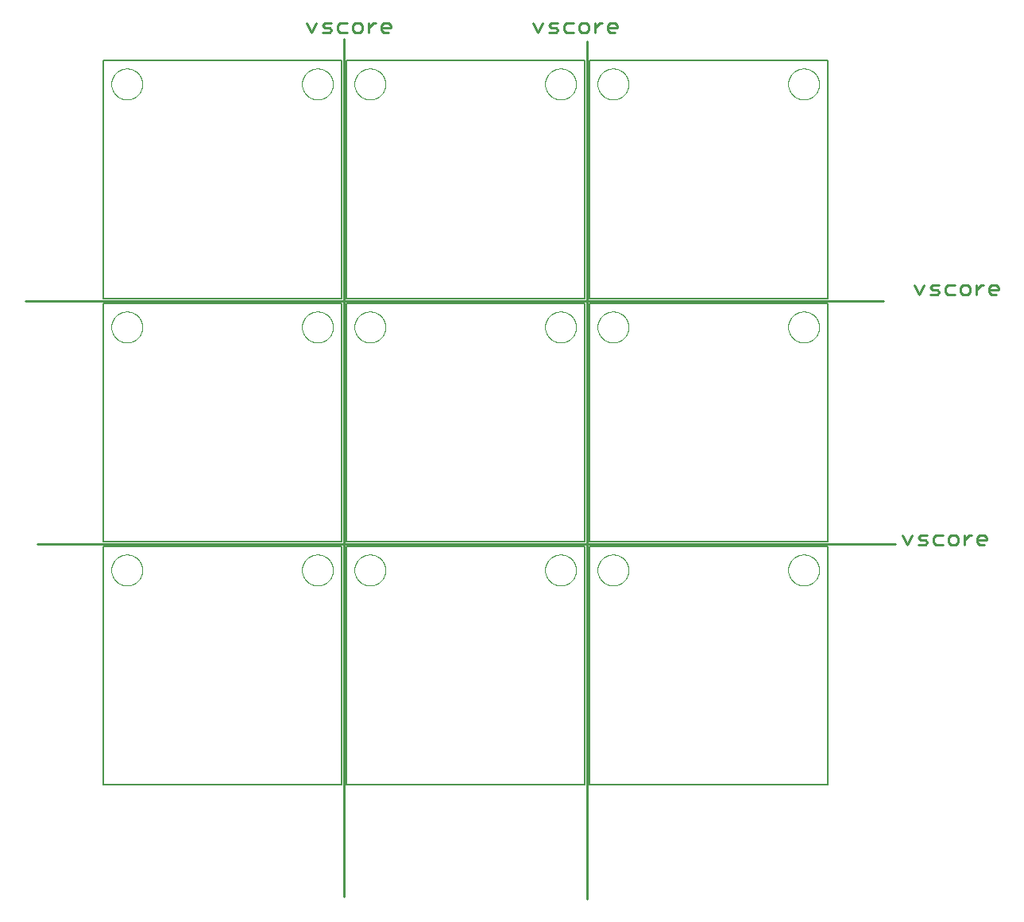
<source format=gko>
G75*
%MOIN*%
%OFA0B0*%
%FSLAX25Y25*%
%IPPOS*%
%LPD*%
%AMOC8*
5,1,8,0,0,1.08239X$1,22.5*
%
%ADD10C,0.00800*%
%ADD11C,0.01000*%
%ADD12C,0.01100*%
%ADD13C,0.00000*%
D10*
X0034000Y0049500D02*
X0134000Y0049500D01*
X0134000Y0149500D01*
X0034000Y0149500D01*
X0034000Y0049500D01*
X0136000Y0049500D02*
X0236000Y0049500D01*
X0236000Y0149500D01*
X0136000Y0149500D01*
X0136000Y0049500D01*
X0238000Y0049500D02*
X0338000Y0049500D01*
X0338000Y0149500D01*
X0238000Y0149500D01*
X0238000Y0049500D01*
X0238000Y0151500D02*
X0338000Y0151500D01*
X0338000Y0251500D01*
X0238000Y0251500D01*
X0238000Y0151500D01*
X0236000Y0151500D02*
X0136000Y0151500D01*
X0136000Y0251500D01*
X0236000Y0251500D01*
X0236000Y0151500D01*
X0134000Y0151500D02*
X0034000Y0151500D01*
X0034000Y0251500D01*
X0134000Y0251500D01*
X0134000Y0151500D01*
X0134000Y0253500D02*
X0034000Y0253500D01*
X0034000Y0353500D01*
X0134000Y0353500D01*
X0134000Y0253500D01*
X0136000Y0253500D02*
X0236000Y0253500D01*
X0236000Y0353500D01*
X0136000Y0353500D01*
X0136000Y0253500D01*
X0238000Y0253500D02*
X0338000Y0253500D01*
X0338000Y0353500D01*
X0238000Y0353500D01*
X0238000Y0253500D01*
D11*
X0237000Y0361500D02*
X0237000Y0001500D01*
X0135000Y0002500D02*
X0135000Y0362500D01*
X0001500Y0252500D02*
X0361500Y0252500D01*
X0366500Y0150500D02*
X0006500Y0150500D01*
D12*
X0121518Y0365050D02*
X0123487Y0368987D01*
X0125995Y0368003D02*
X0126980Y0367018D01*
X0128948Y0367018D01*
X0129932Y0366034D01*
X0128948Y0365050D01*
X0125995Y0365050D01*
X0125995Y0368003D02*
X0126980Y0368987D01*
X0129932Y0368987D01*
X0132441Y0368003D02*
X0132441Y0366034D01*
X0133425Y0365050D01*
X0136378Y0365050D01*
X0138886Y0366034D02*
X0138886Y0368003D01*
X0139871Y0368987D01*
X0141839Y0368987D01*
X0142823Y0368003D01*
X0142823Y0366034D01*
X0141839Y0365050D01*
X0139871Y0365050D01*
X0138886Y0366034D01*
X0136378Y0368987D02*
X0133425Y0368987D01*
X0132441Y0368003D01*
X0121518Y0365050D02*
X0119550Y0368987D01*
X0145332Y0368987D02*
X0145332Y0365050D01*
X0145332Y0367018D02*
X0147300Y0368987D01*
X0148285Y0368987D01*
X0150703Y0368003D02*
X0150703Y0366034D01*
X0151687Y0365050D01*
X0153656Y0365050D01*
X0154640Y0367018D02*
X0150703Y0367018D01*
X0150703Y0368003D02*
X0151687Y0368987D01*
X0153656Y0368987D01*
X0154640Y0368003D01*
X0154640Y0367018D01*
X0214550Y0368987D02*
X0216518Y0365050D01*
X0218487Y0368987D01*
X0220995Y0368003D02*
X0221980Y0367018D01*
X0223948Y0367018D01*
X0224932Y0366034D01*
X0223948Y0365050D01*
X0220995Y0365050D01*
X0220995Y0368003D02*
X0221980Y0368987D01*
X0224932Y0368987D01*
X0227441Y0368003D02*
X0227441Y0366034D01*
X0228425Y0365050D01*
X0231378Y0365050D01*
X0233886Y0366034D02*
X0233886Y0368003D01*
X0234871Y0368987D01*
X0236839Y0368987D01*
X0237823Y0368003D01*
X0237823Y0366034D01*
X0236839Y0365050D01*
X0234871Y0365050D01*
X0233886Y0366034D01*
X0231378Y0368987D02*
X0228425Y0368987D01*
X0227441Y0368003D01*
X0240332Y0368987D02*
X0240332Y0365050D01*
X0240332Y0367018D02*
X0242300Y0368987D01*
X0243285Y0368987D01*
X0245703Y0368003D02*
X0245703Y0366034D01*
X0246687Y0365050D01*
X0248656Y0365050D01*
X0249640Y0367018D02*
X0245703Y0367018D01*
X0245703Y0368003D02*
X0246687Y0368987D01*
X0248656Y0368987D01*
X0249640Y0368003D01*
X0249640Y0367018D01*
X0374550Y0258987D02*
X0376518Y0255050D01*
X0378487Y0258987D01*
X0380995Y0258003D02*
X0381980Y0258987D01*
X0384932Y0258987D01*
X0383948Y0257018D02*
X0381980Y0257018D01*
X0380995Y0258003D01*
X0380995Y0255050D02*
X0383948Y0255050D01*
X0384932Y0256034D01*
X0383948Y0257018D01*
X0387441Y0256034D02*
X0388425Y0255050D01*
X0391378Y0255050D01*
X0393886Y0256034D02*
X0394871Y0255050D01*
X0396839Y0255050D01*
X0397823Y0256034D01*
X0397823Y0258003D01*
X0396839Y0258987D01*
X0394871Y0258987D01*
X0393886Y0258003D01*
X0393886Y0256034D01*
X0391378Y0258987D02*
X0388425Y0258987D01*
X0387441Y0258003D01*
X0387441Y0256034D01*
X0400332Y0255050D02*
X0400332Y0258987D01*
X0402300Y0258987D02*
X0403285Y0258987D01*
X0402300Y0258987D02*
X0400332Y0257018D01*
X0405703Y0257018D02*
X0409640Y0257018D01*
X0409640Y0258003D01*
X0408656Y0258987D01*
X0406687Y0258987D01*
X0405703Y0258003D01*
X0405703Y0256034D01*
X0406687Y0255050D01*
X0408656Y0255050D01*
X0403656Y0153987D02*
X0401687Y0153987D01*
X0400703Y0153003D01*
X0400703Y0151034D01*
X0401687Y0150050D01*
X0403656Y0150050D01*
X0404640Y0152018D02*
X0400703Y0152018D01*
X0398285Y0153987D02*
X0397300Y0153987D01*
X0395332Y0152018D01*
X0395332Y0150050D02*
X0395332Y0153987D01*
X0392823Y0153003D02*
X0391839Y0153987D01*
X0389871Y0153987D01*
X0388886Y0153003D01*
X0388886Y0151034D01*
X0389871Y0150050D01*
X0391839Y0150050D01*
X0392823Y0151034D01*
X0392823Y0153003D01*
X0386378Y0153987D02*
X0383425Y0153987D01*
X0382441Y0153003D01*
X0382441Y0151034D01*
X0383425Y0150050D01*
X0386378Y0150050D01*
X0379932Y0151034D02*
X0378948Y0152018D01*
X0376980Y0152018D01*
X0375995Y0153003D01*
X0376980Y0153987D01*
X0379932Y0153987D01*
X0379932Y0151034D02*
X0378948Y0150050D01*
X0375995Y0150050D01*
X0371518Y0150050D02*
X0369550Y0153987D01*
X0373487Y0153987D02*
X0371518Y0150050D01*
X0403656Y0153987D02*
X0404640Y0153003D01*
X0404640Y0152018D01*
D13*
X0321500Y0139500D02*
X0321502Y0139661D01*
X0321508Y0139821D01*
X0321518Y0139982D01*
X0321532Y0140142D01*
X0321550Y0140302D01*
X0321571Y0140461D01*
X0321597Y0140620D01*
X0321627Y0140778D01*
X0321660Y0140935D01*
X0321698Y0141092D01*
X0321739Y0141247D01*
X0321784Y0141401D01*
X0321833Y0141554D01*
X0321886Y0141706D01*
X0321942Y0141857D01*
X0322003Y0142006D01*
X0322066Y0142154D01*
X0322134Y0142300D01*
X0322205Y0142444D01*
X0322279Y0142586D01*
X0322357Y0142727D01*
X0322439Y0142865D01*
X0322524Y0143002D01*
X0322612Y0143136D01*
X0322704Y0143268D01*
X0322799Y0143398D01*
X0322897Y0143526D01*
X0322998Y0143651D01*
X0323102Y0143773D01*
X0323209Y0143893D01*
X0323319Y0144010D01*
X0323432Y0144125D01*
X0323548Y0144236D01*
X0323667Y0144345D01*
X0323788Y0144450D01*
X0323912Y0144553D01*
X0324038Y0144653D01*
X0324166Y0144749D01*
X0324297Y0144842D01*
X0324431Y0144932D01*
X0324566Y0145019D01*
X0324704Y0145102D01*
X0324843Y0145182D01*
X0324985Y0145258D01*
X0325128Y0145331D01*
X0325273Y0145400D01*
X0325420Y0145466D01*
X0325568Y0145528D01*
X0325718Y0145586D01*
X0325869Y0145641D01*
X0326022Y0145692D01*
X0326176Y0145739D01*
X0326331Y0145782D01*
X0326487Y0145821D01*
X0326643Y0145857D01*
X0326801Y0145888D01*
X0326959Y0145916D01*
X0327118Y0145940D01*
X0327278Y0145960D01*
X0327438Y0145976D01*
X0327598Y0145988D01*
X0327759Y0145996D01*
X0327920Y0146000D01*
X0328080Y0146000D01*
X0328241Y0145996D01*
X0328402Y0145988D01*
X0328562Y0145976D01*
X0328722Y0145960D01*
X0328882Y0145940D01*
X0329041Y0145916D01*
X0329199Y0145888D01*
X0329357Y0145857D01*
X0329513Y0145821D01*
X0329669Y0145782D01*
X0329824Y0145739D01*
X0329978Y0145692D01*
X0330131Y0145641D01*
X0330282Y0145586D01*
X0330432Y0145528D01*
X0330580Y0145466D01*
X0330727Y0145400D01*
X0330872Y0145331D01*
X0331015Y0145258D01*
X0331157Y0145182D01*
X0331296Y0145102D01*
X0331434Y0145019D01*
X0331569Y0144932D01*
X0331703Y0144842D01*
X0331834Y0144749D01*
X0331962Y0144653D01*
X0332088Y0144553D01*
X0332212Y0144450D01*
X0332333Y0144345D01*
X0332452Y0144236D01*
X0332568Y0144125D01*
X0332681Y0144010D01*
X0332791Y0143893D01*
X0332898Y0143773D01*
X0333002Y0143651D01*
X0333103Y0143526D01*
X0333201Y0143398D01*
X0333296Y0143268D01*
X0333388Y0143136D01*
X0333476Y0143002D01*
X0333561Y0142865D01*
X0333643Y0142727D01*
X0333721Y0142586D01*
X0333795Y0142444D01*
X0333866Y0142300D01*
X0333934Y0142154D01*
X0333997Y0142006D01*
X0334058Y0141857D01*
X0334114Y0141706D01*
X0334167Y0141554D01*
X0334216Y0141401D01*
X0334261Y0141247D01*
X0334302Y0141092D01*
X0334340Y0140935D01*
X0334373Y0140778D01*
X0334403Y0140620D01*
X0334429Y0140461D01*
X0334450Y0140302D01*
X0334468Y0140142D01*
X0334482Y0139982D01*
X0334492Y0139821D01*
X0334498Y0139661D01*
X0334500Y0139500D01*
X0334498Y0139339D01*
X0334492Y0139179D01*
X0334482Y0139018D01*
X0334468Y0138858D01*
X0334450Y0138698D01*
X0334429Y0138539D01*
X0334403Y0138380D01*
X0334373Y0138222D01*
X0334340Y0138065D01*
X0334302Y0137908D01*
X0334261Y0137753D01*
X0334216Y0137599D01*
X0334167Y0137446D01*
X0334114Y0137294D01*
X0334058Y0137143D01*
X0333997Y0136994D01*
X0333934Y0136846D01*
X0333866Y0136700D01*
X0333795Y0136556D01*
X0333721Y0136414D01*
X0333643Y0136273D01*
X0333561Y0136135D01*
X0333476Y0135998D01*
X0333388Y0135864D01*
X0333296Y0135732D01*
X0333201Y0135602D01*
X0333103Y0135474D01*
X0333002Y0135349D01*
X0332898Y0135227D01*
X0332791Y0135107D01*
X0332681Y0134990D01*
X0332568Y0134875D01*
X0332452Y0134764D01*
X0332333Y0134655D01*
X0332212Y0134550D01*
X0332088Y0134447D01*
X0331962Y0134347D01*
X0331834Y0134251D01*
X0331703Y0134158D01*
X0331569Y0134068D01*
X0331434Y0133981D01*
X0331296Y0133898D01*
X0331157Y0133818D01*
X0331015Y0133742D01*
X0330872Y0133669D01*
X0330727Y0133600D01*
X0330580Y0133534D01*
X0330432Y0133472D01*
X0330282Y0133414D01*
X0330131Y0133359D01*
X0329978Y0133308D01*
X0329824Y0133261D01*
X0329669Y0133218D01*
X0329513Y0133179D01*
X0329357Y0133143D01*
X0329199Y0133112D01*
X0329041Y0133084D01*
X0328882Y0133060D01*
X0328722Y0133040D01*
X0328562Y0133024D01*
X0328402Y0133012D01*
X0328241Y0133004D01*
X0328080Y0133000D01*
X0327920Y0133000D01*
X0327759Y0133004D01*
X0327598Y0133012D01*
X0327438Y0133024D01*
X0327278Y0133040D01*
X0327118Y0133060D01*
X0326959Y0133084D01*
X0326801Y0133112D01*
X0326643Y0133143D01*
X0326487Y0133179D01*
X0326331Y0133218D01*
X0326176Y0133261D01*
X0326022Y0133308D01*
X0325869Y0133359D01*
X0325718Y0133414D01*
X0325568Y0133472D01*
X0325420Y0133534D01*
X0325273Y0133600D01*
X0325128Y0133669D01*
X0324985Y0133742D01*
X0324843Y0133818D01*
X0324704Y0133898D01*
X0324566Y0133981D01*
X0324431Y0134068D01*
X0324297Y0134158D01*
X0324166Y0134251D01*
X0324038Y0134347D01*
X0323912Y0134447D01*
X0323788Y0134550D01*
X0323667Y0134655D01*
X0323548Y0134764D01*
X0323432Y0134875D01*
X0323319Y0134990D01*
X0323209Y0135107D01*
X0323102Y0135227D01*
X0322998Y0135349D01*
X0322897Y0135474D01*
X0322799Y0135602D01*
X0322704Y0135732D01*
X0322612Y0135864D01*
X0322524Y0135998D01*
X0322439Y0136135D01*
X0322357Y0136273D01*
X0322279Y0136414D01*
X0322205Y0136556D01*
X0322134Y0136700D01*
X0322066Y0136846D01*
X0322003Y0136994D01*
X0321942Y0137143D01*
X0321886Y0137294D01*
X0321833Y0137446D01*
X0321784Y0137599D01*
X0321739Y0137753D01*
X0321698Y0137908D01*
X0321660Y0138065D01*
X0321627Y0138222D01*
X0321597Y0138380D01*
X0321571Y0138539D01*
X0321550Y0138698D01*
X0321532Y0138858D01*
X0321518Y0139018D01*
X0321508Y0139179D01*
X0321502Y0139339D01*
X0321500Y0139500D01*
X0241500Y0139500D02*
X0241502Y0139661D01*
X0241508Y0139821D01*
X0241518Y0139982D01*
X0241532Y0140142D01*
X0241550Y0140302D01*
X0241571Y0140461D01*
X0241597Y0140620D01*
X0241627Y0140778D01*
X0241660Y0140935D01*
X0241698Y0141092D01*
X0241739Y0141247D01*
X0241784Y0141401D01*
X0241833Y0141554D01*
X0241886Y0141706D01*
X0241942Y0141857D01*
X0242003Y0142006D01*
X0242066Y0142154D01*
X0242134Y0142300D01*
X0242205Y0142444D01*
X0242279Y0142586D01*
X0242357Y0142727D01*
X0242439Y0142865D01*
X0242524Y0143002D01*
X0242612Y0143136D01*
X0242704Y0143268D01*
X0242799Y0143398D01*
X0242897Y0143526D01*
X0242998Y0143651D01*
X0243102Y0143773D01*
X0243209Y0143893D01*
X0243319Y0144010D01*
X0243432Y0144125D01*
X0243548Y0144236D01*
X0243667Y0144345D01*
X0243788Y0144450D01*
X0243912Y0144553D01*
X0244038Y0144653D01*
X0244166Y0144749D01*
X0244297Y0144842D01*
X0244431Y0144932D01*
X0244566Y0145019D01*
X0244704Y0145102D01*
X0244843Y0145182D01*
X0244985Y0145258D01*
X0245128Y0145331D01*
X0245273Y0145400D01*
X0245420Y0145466D01*
X0245568Y0145528D01*
X0245718Y0145586D01*
X0245869Y0145641D01*
X0246022Y0145692D01*
X0246176Y0145739D01*
X0246331Y0145782D01*
X0246487Y0145821D01*
X0246643Y0145857D01*
X0246801Y0145888D01*
X0246959Y0145916D01*
X0247118Y0145940D01*
X0247278Y0145960D01*
X0247438Y0145976D01*
X0247598Y0145988D01*
X0247759Y0145996D01*
X0247920Y0146000D01*
X0248080Y0146000D01*
X0248241Y0145996D01*
X0248402Y0145988D01*
X0248562Y0145976D01*
X0248722Y0145960D01*
X0248882Y0145940D01*
X0249041Y0145916D01*
X0249199Y0145888D01*
X0249357Y0145857D01*
X0249513Y0145821D01*
X0249669Y0145782D01*
X0249824Y0145739D01*
X0249978Y0145692D01*
X0250131Y0145641D01*
X0250282Y0145586D01*
X0250432Y0145528D01*
X0250580Y0145466D01*
X0250727Y0145400D01*
X0250872Y0145331D01*
X0251015Y0145258D01*
X0251157Y0145182D01*
X0251296Y0145102D01*
X0251434Y0145019D01*
X0251569Y0144932D01*
X0251703Y0144842D01*
X0251834Y0144749D01*
X0251962Y0144653D01*
X0252088Y0144553D01*
X0252212Y0144450D01*
X0252333Y0144345D01*
X0252452Y0144236D01*
X0252568Y0144125D01*
X0252681Y0144010D01*
X0252791Y0143893D01*
X0252898Y0143773D01*
X0253002Y0143651D01*
X0253103Y0143526D01*
X0253201Y0143398D01*
X0253296Y0143268D01*
X0253388Y0143136D01*
X0253476Y0143002D01*
X0253561Y0142865D01*
X0253643Y0142727D01*
X0253721Y0142586D01*
X0253795Y0142444D01*
X0253866Y0142300D01*
X0253934Y0142154D01*
X0253997Y0142006D01*
X0254058Y0141857D01*
X0254114Y0141706D01*
X0254167Y0141554D01*
X0254216Y0141401D01*
X0254261Y0141247D01*
X0254302Y0141092D01*
X0254340Y0140935D01*
X0254373Y0140778D01*
X0254403Y0140620D01*
X0254429Y0140461D01*
X0254450Y0140302D01*
X0254468Y0140142D01*
X0254482Y0139982D01*
X0254492Y0139821D01*
X0254498Y0139661D01*
X0254500Y0139500D01*
X0254498Y0139339D01*
X0254492Y0139179D01*
X0254482Y0139018D01*
X0254468Y0138858D01*
X0254450Y0138698D01*
X0254429Y0138539D01*
X0254403Y0138380D01*
X0254373Y0138222D01*
X0254340Y0138065D01*
X0254302Y0137908D01*
X0254261Y0137753D01*
X0254216Y0137599D01*
X0254167Y0137446D01*
X0254114Y0137294D01*
X0254058Y0137143D01*
X0253997Y0136994D01*
X0253934Y0136846D01*
X0253866Y0136700D01*
X0253795Y0136556D01*
X0253721Y0136414D01*
X0253643Y0136273D01*
X0253561Y0136135D01*
X0253476Y0135998D01*
X0253388Y0135864D01*
X0253296Y0135732D01*
X0253201Y0135602D01*
X0253103Y0135474D01*
X0253002Y0135349D01*
X0252898Y0135227D01*
X0252791Y0135107D01*
X0252681Y0134990D01*
X0252568Y0134875D01*
X0252452Y0134764D01*
X0252333Y0134655D01*
X0252212Y0134550D01*
X0252088Y0134447D01*
X0251962Y0134347D01*
X0251834Y0134251D01*
X0251703Y0134158D01*
X0251569Y0134068D01*
X0251434Y0133981D01*
X0251296Y0133898D01*
X0251157Y0133818D01*
X0251015Y0133742D01*
X0250872Y0133669D01*
X0250727Y0133600D01*
X0250580Y0133534D01*
X0250432Y0133472D01*
X0250282Y0133414D01*
X0250131Y0133359D01*
X0249978Y0133308D01*
X0249824Y0133261D01*
X0249669Y0133218D01*
X0249513Y0133179D01*
X0249357Y0133143D01*
X0249199Y0133112D01*
X0249041Y0133084D01*
X0248882Y0133060D01*
X0248722Y0133040D01*
X0248562Y0133024D01*
X0248402Y0133012D01*
X0248241Y0133004D01*
X0248080Y0133000D01*
X0247920Y0133000D01*
X0247759Y0133004D01*
X0247598Y0133012D01*
X0247438Y0133024D01*
X0247278Y0133040D01*
X0247118Y0133060D01*
X0246959Y0133084D01*
X0246801Y0133112D01*
X0246643Y0133143D01*
X0246487Y0133179D01*
X0246331Y0133218D01*
X0246176Y0133261D01*
X0246022Y0133308D01*
X0245869Y0133359D01*
X0245718Y0133414D01*
X0245568Y0133472D01*
X0245420Y0133534D01*
X0245273Y0133600D01*
X0245128Y0133669D01*
X0244985Y0133742D01*
X0244843Y0133818D01*
X0244704Y0133898D01*
X0244566Y0133981D01*
X0244431Y0134068D01*
X0244297Y0134158D01*
X0244166Y0134251D01*
X0244038Y0134347D01*
X0243912Y0134447D01*
X0243788Y0134550D01*
X0243667Y0134655D01*
X0243548Y0134764D01*
X0243432Y0134875D01*
X0243319Y0134990D01*
X0243209Y0135107D01*
X0243102Y0135227D01*
X0242998Y0135349D01*
X0242897Y0135474D01*
X0242799Y0135602D01*
X0242704Y0135732D01*
X0242612Y0135864D01*
X0242524Y0135998D01*
X0242439Y0136135D01*
X0242357Y0136273D01*
X0242279Y0136414D01*
X0242205Y0136556D01*
X0242134Y0136700D01*
X0242066Y0136846D01*
X0242003Y0136994D01*
X0241942Y0137143D01*
X0241886Y0137294D01*
X0241833Y0137446D01*
X0241784Y0137599D01*
X0241739Y0137753D01*
X0241698Y0137908D01*
X0241660Y0138065D01*
X0241627Y0138222D01*
X0241597Y0138380D01*
X0241571Y0138539D01*
X0241550Y0138698D01*
X0241532Y0138858D01*
X0241518Y0139018D01*
X0241508Y0139179D01*
X0241502Y0139339D01*
X0241500Y0139500D01*
X0219500Y0139500D02*
X0219502Y0139661D01*
X0219508Y0139821D01*
X0219518Y0139982D01*
X0219532Y0140142D01*
X0219550Y0140302D01*
X0219571Y0140461D01*
X0219597Y0140620D01*
X0219627Y0140778D01*
X0219660Y0140935D01*
X0219698Y0141092D01*
X0219739Y0141247D01*
X0219784Y0141401D01*
X0219833Y0141554D01*
X0219886Y0141706D01*
X0219942Y0141857D01*
X0220003Y0142006D01*
X0220066Y0142154D01*
X0220134Y0142300D01*
X0220205Y0142444D01*
X0220279Y0142586D01*
X0220357Y0142727D01*
X0220439Y0142865D01*
X0220524Y0143002D01*
X0220612Y0143136D01*
X0220704Y0143268D01*
X0220799Y0143398D01*
X0220897Y0143526D01*
X0220998Y0143651D01*
X0221102Y0143773D01*
X0221209Y0143893D01*
X0221319Y0144010D01*
X0221432Y0144125D01*
X0221548Y0144236D01*
X0221667Y0144345D01*
X0221788Y0144450D01*
X0221912Y0144553D01*
X0222038Y0144653D01*
X0222166Y0144749D01*
X0222297Y0144842D01*
X0222431Y0144932D01*
X0222566Y0145019D01*
X0222704Y0145102D01*
X0222843Y0145182D01*
X0222985Y0145258D01*
X0223128Y0145331D01*
X0223273Y0145400D01*
X0223420Y0145466D01*
X0223568Y0145528D01*
X0223718Y0145586D01*
X0223869Y0145641D01*
X0224022Y0145692D01*
X0224176Y0145739D01*
X0224331Y0145782D01*
X0224487Y0145821D01*
X0224643Y0145857D01*
X0224801Y0145888D01*
X0224959Y0145916D01*
X0225118Y0145940D01*
X0225278Y0145960D01*
X0225438Y0145976D01*
X0225598Y0145988D01*
X0225759Y0145996D01*
X0225920Y0146000D01*
X0226080Y0146000D01*
X0226241Y0145996D01*
X0226402Y0145988D01*
X0226562Y0145976D01*
X0226722Y0145960D01*
X0226882Y0145940D01*
X0227041Y0145916D01*
X0227199Y0145888D01*
X0227357Y0145857D01*
X0227513Y0145821D01*
X0227669Y0145782D01*
X0227824Y0145739D01*
X0227978Y0145692D01*
X0228131Y0145641D01*
X0228282Y0145586D01*
X0228432Y0145528D01*
X0228580Y0145466D01*
X0228727Y0145400D01*
X0228872Y0145331D01*
X0229015Y0145258D01*
X0229157Y0145182D01*
X0229296Y0145102D01*
X0229434Y0145019D01*
X0229569Y0144932D01*
X0229703Y0144842D01*
X0229834Y0144749D01*
X0229962Y0144653D01*
X0230088Y0144553D01*
X0230212Y0144450D01*
X0230333Y0144345D01*
X0230452Y0144236D01*
X0230568Y0144125D01*
X0230681Y0144010D01*
X0230791Y0143893D01*
X0230898Y0143773D01*
X0231002Y0143651D01*
X0231103Y0143526D01*
X0231201Y0143398D01*
X0231296Y0143268D01*
X0231388Y0143136D01*
X0231476Y0143002D01*
X0231561Y0142865D01*
X0231643Y0142727D01*
X0231721Y0142586D01*
X0231795Y0142444D01*
X0231866Y0142300D01*
X0231934Y0142154D01*
X0231997Y0142006D01*
X0232058Y0141857D01*
X0232114Y0141706D01*
X0232167Y0141554D01*
X0232216Y0141401D01*
X0232261Y0141247D01*
X0232302Y0141092D01*
X0232340Y0140935D01*
X0232373Y0140778D01*
X0232403Y0140620D01*
X0232429Y0140461D01*
X0232450Y0140302D01*
X0232468Y0140142D01*
X0232482Y0139982D01*
X0232492Y0139821D01*
X0232498Y0139661D01*
X0232500Y0139500D01*
X0232498Y0139339D01*
X0232492Y0139179D01*
X0232482Y0139018D01*
X0232468Y0138858D01*
X0232450Y0138698D01*
X0232429Y0138539D01*
X0232403Y0138380D01*
X0232373Y0138222D01*
X0232340Y0138065D01*
X0232302Y0137908D01*
X0232261Y0137753D01*
X0232216Y0137599D01*
X0232167Y0137446D01*
X0232114Y0137294D01*
X0232058Y0137143D01*
X0231997Y0136994D01*
X0231934Y0136846D01*
X0231866Y0136700D01*
X0231795Y0136556D01*
X0231721Y0136414D01*
X0231643Y0136273D01*
X0231561Y0136135D01*
X0231476Y0135998D01*
X0231388Y0135864D01*
X0231296Y0135732D01*
X0231201Y0135602D01*
X0231103Y0135474D01*
X0231002Y0135349D01*
X0230898Y0135227D01*
X0230791Y0135107D01*
X0230681Y0134990D01*
X0230568Y0134875D01*
X0230452Y0134764D01*
X0230333Y0134655D01*
X0230212Y0134550D01*
X0230088Y0134447D01*
X0229962Y0134347D01*
X0229834Y0134251D01*
X0229703Y0134158D01*
X0229569Y0134068D01*
X0229434Y0133981D01*
X0229296Y0133898D01*
X0229157Y0133818D01*
X0229015Y0133742D01*
X0228872Y0133669D01*
X0228727Y0133600D01*
X0228580Y0133534D01*
X0228432Y0133472D01*
X0228282Y0133414D01*
X0228131Y0133359D01*
X0227978Y0133308D01*
X0227824Y0133261D01*
X0227669Y0133218D01*
X0227513Y0133179D01*
X0227357Y0133143D01*
X0227199Y0133112D01*
X0227041Y0133084D01*
X0226882Y0133060D01*
X0226722Y0133040D01*
X0226562Y0133024D01*
X0226402Y0133012D01*
X0226241Y0133004D01*
X0226080Y0133000D01*
X0225920Y0133000D01*
X0225759Y0133004D01*
X0225598Y0133012D01*
X0225438Y0133024D01*
X0225278Y0133040D01*
X0225118Y0133060D01*
X0224959Y0133084D01*
X0224801Y0133112D01*
X0224643Y0133143D01*
X0224487Y0133179D01*
X0224331Y0133218D01*
X0224176Y0133261D01*
X0224022Y0133308D01*
X0223869Y0133359D01*
X0223718Y0133414D01*
X0223568Y0133472D01*
X0223420Y0133534D01*
X0223273Y0133600D01*
X0223128Y0133669D01*
X0222985Y0133742D01*
X0222843Y0133818D01*
X0222704Y0133898D01*
X0222566Y0133981D01*
X0222431Y0134068D01*
X0222297Y0134158D01*
X0222166Y0134251D01*
X0222038Y0134347D01*
X0221912Y0134447D01*
X0221788Y0134550D01*
X0221667Y0134655D01*
X0221548Y0134764D01*
X0221432Y0134875D01*
X0221319Y0134990D01*
X0221209Y0135107D01*
X0221102Y0135227D01*
X0220998Y0135349D01*
X0220897Y0135474D01*
X0220799Y0135602D01*
X0220704Y0135732D01*
X0220612Y0135864D01*
X0220524Y0135998D01*
X0220439Y0136135D01*
X0220357Y0136273D01*
X0220279Y0136414D01*
X0220205Y0136556D01*
X0220134Y0136700D01*
X0220066Y0136846D01*
X0220003Y0136994D01*
X0219942Y0137143D01*
X0219886Y0137294D01*
X0219833Y0137446D01*
X0219784Y0137599D01*
X0219739Y0137753D01*
X0219698Y0137908D01*
X0219660Y0138065D01*
X0219627Y0138222D01*
X0219597Y0138380D01*
X0219571Y0138539D01*
X0219550Y0138698D01*
X0219532Y0138858D01*
X0219518Y0139018D01*
X0219508Y0139179D01*
X0219502Y0139339D01*
X0219500Y0139500D01*
X0139500Y0139500D02*
X0139502Y0139661D01*
X0139508Y0139821D01*
X0139518Y0139982D01*
X0139532Y0140142D01*
X0139550Y0140302D01*
X0139571Y0140461D01*
X0139597Y0140620D01*
X0139627Y0140778D01*
X0139660Y0140935D01*
X0139698Y0141092D01*
X0139739Y0141247D01*
X0139784Y0141401D01*
X0139833Y0141554D01*
X0139886Y0141706D01*
X0139942Y0141857D01*
X0140003Y0142006D01*
X0140066Y0142154D01*
X0140134Y0142300D01*
X0140205Y0142444D01*
X0140279Y0142586D01*
X0140357Y0142727D01*
X0140439Y0142865D01*
X0140524Y0143002D01*
X0140612Y0143136D01*
X0140704Y0143268D01*
X0140799Y0143398D01*
X0140897Y0143526D01*
X0140998Y0143651D01*
X0141102Y0143773D01*
X0141209Y0143893D01*
X0141319Y0144010D01*
X0141432Y0144125D01*
X0141548Y0144236D01*
X0141667Y0144345D01*
X0141788Y0144450D01*
X0141912Y0144553D01*
X0142038Y0144653D01*
X0142166Y0144749D01*
X0142297Y0144842D01*
X0142431Y0144932D01*
X0142566Y0145019D01*
X0142704Y0145102D01*
X0142843Y0145182D01*
X0142985Y0145258D01*
X0143128Y0145331D01*
X0143273Y0145400D01*
X0143420Y0145466D01*
X0143568Y0145528D01*
X0143718Y0145586D01*
X0143869Y0145641D01*
X0144022Y0145692D01*
X0144176Y0145739D01*
X0144331Y0145782D01*
X0144487Y0145821D01*
X0144643Y0145857D01*
X0144801Y0145888D01*
X0144959Y0145916D01*
X0145118Y0145940D01*
X0145278Y0145960D01*
X0145438Y0145976D01*
X0145598Y0145988D01*
X0145759Y0145996D01*
X0145920Y0146000D01*
X0146080Y0146000D01*
X0146241Y0145996D01*
X0146402Y0145988D01*
X0146562Y0145976D01*
X0146722Y0145960D01*
X0146882Y0145940D01*
X0147041Y0145916D01*
X0147199Y0145888D01*
X0147357Y0145857D01*
X0147513Y0145821D01*
X0147669Y0145782D01*
X0147824Y0145739D01*
X0147978Y0145692D01*
X0148131Y0145641D01*
X0148282Y0145586D01*
X0148432Y0145528D01*
X0148580Y0145466D01*
X0148727Y0145400D01*
X0148872Y0145331D01*
X0149015Y0145258D01*
X0149157Y0145182D01*
X0149296Y0145102D01*
X0149434Y0145019D01*
X0149569Y0144932D01*
X0149703Y0144842D01*
X0149834Y0144749D01*
X0149962Y0144653D01*
X0150088Y0144553D01*
X0150212Y0144450D01*
X0150333Y0144345D01*
X0150452Y0144236D01*
X0150568Y0144125D01*
X0150681Y0144010D01*
X0150791Y0143893D01*
X0150898Y0143773D01*
X0151002Y0143651D01*
X0151103Y0143526D01*
X0151201Y0143398D01*
X0151296Y0143268D01*
X0151388Y0143136D01*
X0151476Y0143002D01*
X0151561Y0142865D01*
X0151643Y0142727D01*
X0151721Y0142586D01*
X0151795Y0142444D01*
X0151866Y0142300D01*
X0151934Y0142154D01*
X0151997Y0142006D01*
X0152058Y0141857D01*
X0152114Y0141706D01*
X0152167Y0141554D01*
X0152216Y0141401D01*
X0152261Y0141247D01*
X0152302Y0141092D01*
X0152340Y0140935D01*
X0152373Y0140778D01*
X0152403Y0140620D01*
X0152429Y0140461D01*
X0152450Y0140302D01*
X0152468Y0140142D01*
X0152482Y0139982D01*
X0152492Y0139821D01*
X0152498Y0139661D01*
X0152500Y0139500D01*
X0152498Y0139339D01*
X0152492Y0139179D01*
X0152482Y0139018D01*
X0152468Y0138858D01*
X0152450Y0138698D01*
X0152429Y0138539D01*
X0152403Y0138380D01*
X0152373Y0138222D01*
X0152340Y0138065D01*
X0152302Y0137908D01*
X0152261Y0137753D01*
X0152216Y0137599D01*
X0152167Y0137446D01*
X0152114Y0137294D01*
X0152058Y0137143D01*
X0151997Y0136994D01*
X0151934Y0136846D01*
X0151866Y0136700D01*
X0151795Y0136556D01*
X0151721Y0136414D01*
X0151643Y0136273D01*
X0151561Y0136135D01*
X0151476Y0135998D01*
X0151388Y0135864D01*
X0151296Y0135732D01*
X0151201Y0135602D01*
X0151103Y0135474D01*
X0151002Y0135349D01*
X0150898Y0135227D01*
X0150791Y0135107D01*
X0150681Y0134990D01*
X0150568Y0134875D01*
X0150452Y0134764D01*
X0150333Y0134655D01*
X0150212Y0134550D01*
X0150088Y0134447D01*
X0149962Y0134347D01*
X0149834Y0134251D01*
X0149703Y0134158D01*
X0149569Y0134068D01*
X0149434Y0133981D01*
X0149296Y0133898D01*
X0149157Y0133818D01*
X0149015Y0133742D01*
X0148872Y0133669D01*
X0148727Y0133600D01*
X0148580Y0133534D01*
X0148432Y0133472D01*
X0148282Y0133414D01*
X0148131Y0133359D01*
X0147978Y0133308D01*
X0147824Y0133261D01*
X0147669Y0133218D01*
X0147513Y0133179D01*
X0147357Y0133143D01*
X0147199Y0133112D01*
X0147041Y0133084D01*
X0146882Y0133060D01*
X0146722Y0133040D01*
X0146562Y0133024D01*
X0146402Y0133012D01*
X0146241Y0133004D01*
X0146080Y0133000D01*
X0145920Y0133000D01*
X0145759Y0133004D01*
X0145598Y0133012D01*
X0145438Y0133024D01*
X0145278Y0133040D01*
X0145118Y0133060D01*
X0144959Y0133084D01*
X0144801Y0133112D01*
X0144643Y0133143D01*
X0144487Y0133179D01*
X0144331Y0133218D01*
X0144176Y0133261D01*
X0144022Y0133308D01*
X0143869Y0133359D01*
X0143718Y0133414D01*
X0143568Y0133472D01*
X0143420Y0133534D01*
X0143273Y0133600D01*
X0143128Y0133669D01*
X0142985Y0133742D01*
X0142843Y0133818D01*
X0142704Y0133898D01*
X0142566Y0133981D01*
X0142431Y0134068D01*
X0142297Y0134158D01*
X0142166Y0134251D01*
X0142038Y0134347D01*
X0141912Y0134447D01*
X0141788Y0134550D01*
X0141667Y0134655D01*
X0141548Y0134764D01*
X0141432Y0134875D01*
X0141319Y0134990D01*
X0141209Y0135107D01*
X0141102Y0135227D01*
X0140998Y0135349D01*
X0140897Y0135474D01*
X0140799Y0135602D01*
X0140704Y0135732D01*
X0140612Y0135864D01*
X0140524Y0135998D01*
X0140439Y0136135D01*
X0140357Y0136273D01*
X0140279Y0136414D01*
X0140205Y0136556D01*
X0140134Y0136700D01*
X0140066Y0136846D01*
X0140003Y0136994D01*
X0139942Y0137143D01*
X0139886Y0137294D01*
X0139833Y0137446D01*
X0139784Y0137599D01*
X0139739Y0137753D01*
X0139698Y0137908D01*
X0139660Y0138065D01*
X0139627Y0138222D01*
X0139597Y0138380D01*
X0139571Y0138539D01*
X0139550Y0138698D01*
X0139532Y0138858D01*
X0139518Y0139018D01*
X0139508Y0139179D01*
X0139502Y0139339D01*
X0139500Y0139500D01*
X0117500Y0139500D02*
X0117502Y0139661D01*
X0117508Y0139821D01*
X0117518Y0139982D01*
X0117532Y0140142D01*
X0117550Y0140302D01*
X0117571Y0140461D01*
X0117597Y0140620D01*
X0117627Y0140778D01*
X0117660Y0140935D01*
X0117698Y0141092D01*
X0117739Y0141247D01*
X0117784Y0141401D01*
X0117833Y0141554D01*
X0117886Y0141706D01*
X0117942Y0141857D01*
X0118003Y0142006D01*
X0118066Y0142154D01*
X0118134Y0142300D01*
X0118205Y0142444D01*
X0118279Y0142586D01*
X0118357Y0142727D01*
X0118439Y0142865D01*
X0118524Y0143002D01*
X0118612Y0143136D01*
X0118704Y0143268D01*
X0118799Y0143398D01*
X0118897Y0143526D01*
X0118998Y0143651D01*
X0119102Y0143773D01*
X0119209Y0143893D01*
X0119319Y0144010D01*
X0119432Y0144125D01*
X0119548Y0144236D01*
X0119667Y0144345D01*
X0119788Y0144450D01*
X0119912Y0144553D01*
X0120038Y0144653D01*
X0120166Y0144749D01*
X0120297Y0144842D01*
X0120431Y0144932D01*
X0120566Y0145019D01*
X0120704Y0145102D01*
X0120843Y0145182D01*
X0120985Y0145258D01*
X0121128Y0145331D01*
X0121273Y0145400D01*
X0121420Y0145466D01*
X0121568Y0145528D01*
X0121718Y0145586D01*
X0121869Y0145641D01*
X0122022Y0145692D01*
X0122176Y0145739D01*
X0122331Y0145782D01*
X0122487Y0145821D01*
X0122643Y0145857D01*
X0122801Y0145888D01*
X0122959Y0145916D01*
X0123118Y0145940D01*
X0123278Y0145960D01*
X0123438Y0145976D01*
X0123598Y0145988D01*
X0123759Y0145996D01*
X0123920Y0146000D01*
X0124080Y0146000D01*
X0124241Y0145996D01*
X0124402Y0145988D01*
X0124562Y0145976D01*
X0124722Y0145960D01*
X0124882Y0145940D01*
X0125041Y0145916D01*
X0125199Y0145888D01*
X0125357Y0145857D01*
X0125513Y0145821D01*
X0125669Y0145782D01*
X0125824Y0145739D01*
X0125978Y0145692D01*
X0126131Y0145641D01*
X0126282Y0145586D01*
X0126432Y0145528D01*
X0126580Y0145466D01*
X0126727Y0145400D01*
X0126872Y0145331D01*
X0127015Y0145258D01*
X0127157Y0145182D01*
X0127296Y0145102D01*
X0127434Y0145019D01*
X0127569Y0144932D01*
X0127703Y0144842D01*
X0127834Y0144749D01*
X0127962Y0144653D01*
X0128088Y0144553D01*
X0128212Y0144450D01*
X0128333Y0144345D01*
X0128452Y0144236D01*
X0128568Y0144125D01*
X0128681Y0144010D01*
X0128791Y0143893D01*
X0128898Y0143773D01*
X0129002Y0143651D01*
X0129103Y0143526D01*
X0129201Y0143398D01*
X0129296Y0143268D01*
X0129388Y0143136D01*
X0129476Y0143002D01*
X0129561Y0142865D01*
X0129643Y0142727D01*
X0129721Y0142586D01*
X0129795Y0142444D01*
X0129866Y0142300D01*
X0129934Y0142154D01*
X0129997Y0142006D01*
X0130058Y0141857D01*
X0130114Y0141706D01*
X0130167Y0141554D01*
X0130216Y0141401D01*
X0130261Y0141247D01*
X0130302Y0141092D01*
X0130340Y0140935D01*
X0130373Y0140778D01*
X0130403Y0140620D01*
X0130429Y0140461D01*
X0130450Y0140302D01*
X0130468Y0140142D01*
X0130482Y0139982D01*
X0130492Y0139821D01*
X0130498Y0139661D01*
X0130500Y0139500D01*
X0130498Y0139339D01*
X0130492Y0139179D01*
X0130482Y0139018D01*
X0130468Y0138858D01*
X0130450Y0138698D01*
X0130429Y0138539D01*
X0130403Y0138380D01*
X0130373Y0138222D01*
X0130340Y0138065D01*
X0130302Y0137908D01*
X0130261Y0137753D01*
X0130216Y0137599D01*
X0130167Y0137446D01*
X0130114Y0137294D01*
X0130058Y0137143D01*
X0129997Y0136994D01*
X0129934Y0136846D01*
X0129866Y0136700D01*
X0129795Y0136556D01*
X0129721Y0136414D01*
X0129643Y0136273D01*
X0129561Y0136135D01*
X0129476Y0135998D01*
X0129388Y0135864D01*
X0129296Y0135732D01*
X0129201Y0135602D01*
X0129103Y0135474D01*
X0129002Y0135349D01*
X0128898Y0135227D01*
X0128791Y0135107D01*
X0128681Y0134990D01*
X0128568Y0134875D01*
X0128452Y0134764D01*
X0128333Y0134655D01*
X0128212Y0134550D01*
X0128088Y0134447D01*
X0127962Y0134347D01*
X0127834Y0134251D01*
X0127703Y0134158D01*
X0127569Y0134068D01*
X0127434Y0133981D01*
X0127296Y0133898D01*
X0127157Y0133818D01*
X0127015Y0133742D01*
X0126872Y0133669D01*
X0126727Y0133600D01*
X0126580Y0133534D01*
X0126432Y0133472D01*
X0126282Y0133414D01*
X0126131Y0133359D01*
X0125978Y0133308D01*
X0125824Y0133261D01*
X0125669Y0133218D01*
X0125513Y0133179D01*
X0125357Y0133143D01*
X0125199Y0133112D01*
X0125041Y0133084D01*
X0124882Y0133060D01*
X0124722Y0133040D01*
X0124562Y0133024D01*
X0124402Y0133012D01*
X0124241Y0133004D01*
X0124080Y0133000D01*
X0123920Y0133000D01*
X0123759Y0133004D01*
X0123598Y0133012D01*
X0123438Y0133024D01*
X0123278Y0133040D01*
X0123118Y0133060D01*
X0122959Y0133084D01*
X0122801Y0133112D01*
X0122643Y0133143D01*
X0122487Y0133179D01*
X0122331Y0133218D01*
X0122176Y0133261D01*
X0122022Y0133308D01*
X0121869Y0133359D01*
X0121718Y0133414D01*
X0121568Y0133472D01*
X0121420Y0133534D01*
X0121273Y0133600D01*
X0121128Y0133669D01*
X0120985Y0133742D01*
X0120843Y0133818D01*
X0120704Y0133898D01*
X0120566Y0133981D01*
X0120431Y0134068D01*
X0120297Y0134158D01*
X0120166Y0134251D01*
X0120038Y0134347D01*
X0119912Y0134447D01*
X0119788Y0134550D01*
X0119667Y0134655D01*
X0119548Y0134764D01*
X0119432Y0134875D01*
X0119319Y0134990D01*
X0119209Y0135107D01*
X0119102Y0135227D01*
X0118998Y0135349D01*
X0118897Y0135474D01*
X0118799Y0135602D01*
X0118704Y0135732D01*
X0118612Y0135864D01*
X0118524Y0135998D01*
X0118439Y0136135D01*
X0118357Y0136273D01*
X0118279Y0136414D01*
X0118205Y0136556D01*
X0118134Y0136700D01*
X0118066Y0136846D01*
X0118003Y0136994D01*
X0117942Y0137143D01*
X0117886Y0137294D01*
X0117833Y0137446D01*
X0117784Y0137599D01*
X0117739Y0137753D01*
X0117698Y0137908D01*
X0117660Y0138065D01*
X0117627Y0138222D01*
X0117597Y0138380D01*
X0117571Y0138539D01*
X0117550Y0138698D01*
X0117532Y0138858D01*
X0117518Y0139018D01*
X0117508Y0139179D01*
X0117502Y0139339D01*
X0117500Y0139500D01*
X0037500Y0139500D02*
X0037502Y0139661D01*
X0037508Y0139821D01*
X0037518Y0139982D01*
X0037532Y0140142D01*
X0037550Y0140302D01*
X0037571Y0140461D01*
X0037597Y0140620D01*
X0037627Y0140778D01*
X0037660Y0140935D01*
X0037698Y0141092D01*
X0037739Y0141247D01*
X0037784Y0141401D01*
X0037833Y0141554D01*
X0037886Y0141706D01*
X0037942Y0141857D01*
X0038003Y0142006D01*
X0038066Y0142154D01*
X0038134Y0142300D01*
X0038205Y0142444D01*
X0038279Y0142586D01*
X0038357Y0142727D01*
X0038439Y0142865D01*
X0038524Y0143002D01*
X0038612Y0143136D01*
X0038704Y0143268D01*
X0038799Y0143398D01*
X0038897Y0143526D01*
X0038998Y0143651D01*
X0039102Y0143773D01*
X0039209Y0143893D01*
X0039319Y0144010D01*
X0039432Y0144125D01*
X0039548Y0144236D01*
X0039667Y0144345D01*
X0039788Y0144450D01*
X0039912Y0144553D01*
X0040038Y0144653D01*
X0040166Y0144749D01*
X0040297Y0144842D01*
X0040431Y0144932D01*
X0040566Y0145019D01*
X0040704Y0145102D01*
X0040843Y0145182D01*
X0040985Y0145258D01*
X0041128Y0145331D01*
X0041273Y0145400D01*
X0041420Y0145466D01*
X0041568Y0145528D01*
X0041718Y0145586D01*
X0041869Y0145641D01*
X0042022Y0145692D01*
X0042176Y0145739D01*
X0042331Y0145782D01*
X0042487Y0145821D01*
X0042643Y0145857D01*
X0042801Y0145888D01*
X0042959Y0145916D01*
X0043118Y0145940D01*
X0043278Y0145960D01*
X0043438Y0145976D01*
X0043598Y0145988D01*
X0043759Y0145996D01*
X0043920Y0146000D01*
X0044080Y0146000D01*
X0044241Y0145996D01*
X0044402Y0145988D01*
X0044562Y0145976D01*
X0044722Y0145960D01*
X0044882Y0145940D01*
X0045041Y0145916D01*
X0045199Y0145888D01*
X0045357Y0145857D01*
X0045513Y0145821D01*
X0045669Y0145782D01*
X0045824Y0145739D01*
X0045978Y0145692D01*
X0046131Y0145641D01*
X0046282Y0145586D01*
X0046432Y0145528D01*
X0046580Y0145466D01*
X0046727Y0145400D01*
X0046872Y0145331D01*
X0047015Y0145258D01*
X0047157Y0145182D01*
X0047296Y0145102D01*
X0047434Y0145019D01*
X0047569Y0144932D01*
X0047703Y0144842D01*
X0047834Y0144749D01*
X0047962Y0144653D01*
X0048088Y0144553D01*
X0048212Y0144450D01*
X0048333Y0144345D01*
X0048452Y0144236D01*
X0048568Y0144125D01*
X0048681Y0144010D01*
X0048791Y0143893D01*
X0048898Y0143773D01*
X0049002Y0143651D01*
X0049103Y0143526D01*
X0049201Y0143398D01*
X0049296Y0143268D01*
X0049388Y0143136D01*
X0049476Y0143002D01*
X0049561Y0142865D01*
X0049643Y0142727D01*
X0049721Y0142586D01*
X0049795Y0142444D01*
X0049866Y0142300D01*
X0049934Y0142154D01*
X0049997Y0142006D01*
X0050058Y0141857D01*
X0050114Y0141706D01*
X0050167Y0141554D01*
X0050216Y0141401D01*
X0050261Y0141247D01*
X0050302Y0141092D01*
X0050340Y0140935D01*
X0050373Y0140778D01*
X0050403Y0140620D01*
X0050429Y0140461D01*
X0050450Y0140302D01*
X0050468Y0140142D01*
X0050482Y0139982D01*
X0050492Y0139821D01*
X0050498Y0139661D01*
X0050500Y0139500D01*
X0050498Y0139339D01*
X0050492Y0139179D01*
X0050482Y0139018D01*
X0050468Y0138858D01*
X0050450Y0138698D01*
X0050429Y0138539D01*
X0050403Y0138380D01*
X0050373Y0138222D01*
X0050340Y0138065D01*
X0050302Y0137908D01*
X0050261Y0137753D01*
X0050216Y0137599D01*
X0050167Y0137446D01*
X0050114Y0137294D01*
X0050058Y0137143D01*
X0049997Y0136994D01*
X0049934Y0136846D01*
X0049866Y0136700D01*
X0049795Y0136556D01*
X0049721Y0136414D01*
X0049643Y0136273D01*
X0049561Y0136135D01*
X0049476Y0135998D01*
X0049388Y0135864D01*
X0049296Y0135732D01*
X0049201Y0135602D01*
X0049103Y0135474D01*
X0049002Y0135349D01*
X0048898Y0135227D01*
X0048791Y0135107D01*
X0048681Y0134990D01*
X0048568Y0134875D01*
X0048452Y0134764D01*
X0048333Y0134655D01*
X0048212Y0134550D01*
X0048088Y0134447D01*
X0047962Y0134347D01*
X0047834Y0134251D01*
X0047703Y0134158D01*
X0047569Y0134068D01*
X0047434Y0133981D01*
X0047296Y0133898D01*
X0047157Y0133818D01*
X0047015Y0133742D01*
X0046872Y0133669D01*
X0046727Y0133600D01*
X0046580Y0133534D01*
X0046432Y0133472D01*
X0046282Y0133414D01*
X0046131Y0133359D01*
X0045978Y0133308D01*
X0045824Y0133261D01*
X0045669Y0133218D01*
X0045513Y0133179D01*
X0045357Y0133143D01*
X0045199Y0133112D01*
X0045041Y0133084D01*
X0044882Y0133060D01*
X0044722Y0133040D01*
X0044562Y0133024D01*
X0044402Y0133012D01*
X0044241Y0133004D01*
X0044080Y0133000D01*
X0043920Y0133000D01*
X0043759Y0133004D01*
X0043598Y0133012D01*
X0043438Y0133024D01*
X0043278Y0133040D01*
X0043118Y0133060D01*
X0042959Y0133084D01*
X0042801Y0133112D01*
X0042643Y0133143D01*
X0042487Y0133179D01*
X0042331Y0133218D01*
X0042176Y0133261D01*
X0042022Y0133308D01*
X0041869Y0133359D01*
X0041718Y0133414D01*
X0041568Y0133472D01*
X0041420Y0133534D01*
X0041273Y0133600D01*
X0041128Y0133669D01*
X0040985Y0133742D01*
X0040843Y0133818D01*
X0040704Y0133898D01*
X0040566Y0133981D01*
X0040431Y0134068D01*
X0040297Y0134158D01*
X0040166Y0134251D01*
X0040038Y0134347D01*
X0039912Y0134447D01*
X0039788Y0134550D01*
X0039667Y0134655D01*
X0039548Y0134764D01*
X0039432Y0134875D01*
X0039319Y0134990D01*
X0039209Y0135107D01*
X0039102Y0135227D01*
X0038998Y0135349D01*
X0038897Y0135474D01*
X0038799Y0135602D01*
X0038704Y0135732D01*
X0038612Y0135864D01*
X0038524Y0135998D01*
X0038439Y0136135D01*
X0038357Y0136273D01*
X0038279Y0136414D01*
X0038205Y0136556D01*
X0038134Y0136700D01*
X0038066Y0136846D01*
X0038003Y0136994D01*
X0037942Y0137143D01*
X0037886Y0137294D01*
X0037833Y0137446D01*
X0037784Y0137599D01*
X0037739Y0137753D01*
X0037698Y0137908D01*
X0037660Y0138065D01*
X0037627Y0138222D01*
X0037597Y0138380D01*
X0037571Y0138539D01*
X0037550Y0138698D01*
X0037532Y0138858D01*
X0037518Y0139018D01*
X0037508Y0139179D01*
X0037502Y0139339D01*
X0037500Y0139500D01*
X0037500Y0241500D02*
X0037502Y0241661D01*
X0037508Y0241821D01*
X0037518Y0241982D01*
X0037532Y0242142D01*
X0037550Y0242302D01*
X0037571Y0242461D01*
X0037597Y0242620D01*
X0037627Y0242778D01*
X0037660Y0242935D01*
X0037698Y0243092D01*
X0037739Y0243247D01*
X0037784Y0243401D01*
X0037833Y0243554D01*
X0037886Y0243706D01*
X0037942Y0243857D01*
X0038003Y0244006D01*
X0038066Y0244154D01*
X0038134Y0244300D01*
X0038205Y0244444D01*
X0038279Y0244586D01*
X0038357Y0244727D01*
X0038439Y0244865D01*
X0038524Y0245002D01*
X0038612Y0245136D01*
X0038704Y0245268D01*
X0038799Y0245398D01*
X0038897Y0245526D01*
X0038998Y0245651D01*
X0039102Y0245773D01*
X0039209Y0245893D01*
X0039319Y0246010D01*
X0039432Y0246125D01*
X0039548Y0246236D01*
X0039667Y0246345D01*
X0039788Y0246450D01*
X0039912Y0246553D01*
X0040038Y0246653D01*
X0040166Y0246749D01*
X0040297Y0246842D01*
X0040431Y0246932D01*
X0040566Y0247019D01*
X0040704Y0247102D01*
X0040843Y0247182D01*
X0040985Y0247258D01*
X0041128Y0247331D01*
X0041273Y0247400D01*
X0041420Y0247466D01*
X0041568Y0247528D01*
X0041718Y0247586D01*
X0041869Y0247641D01*
X0042022Y0247692D01*
X0042176Y0247739D01*
X0042331Y0247782D01*
X0042487Y0247821D01*
X0042643Y0247857D01*
X0042801Y0247888D01*
X0042959Y0247916D01*
X0043118Y0247940D01*
X0043278Y0247960D01*
X0043438Y0247976D01*
X0043598Y0247988D01*
X0043759Y0247996D01*
X0043920Y0248000D01*
X0044080Y0248000D01*
X0044241Y0247996D01*
X0044402Y0247988D01*
X0044562Y0247976D01*
X0044722Y0247960D01*
X0044882Y0247940D01*
X0045041Y0247916D01*
X0045199Y0247888D01*
X0045357Y0247857D01*
X0045513Y0247821D01*
X0045669Y0247782D01*
X0045824Y0247739D01*
X0045978Y0247692D01*
X0046131Y0247641D01*
X0046282Y0247586D01*
X0046432Y0247528D01*
X0046580Y0247466D01*
X0046727Y0247400D01*
X0046872Y0247331D01*
X0047015Y0247258D01*
X0047157Y0247182D01*
X0047296Y0247102D01*
X0047434Y0247019D01*
X0047569Y0246932D01*
X0047703Y0246842D01*
X0047834Y0246749D01*
X0047962Y0246653D01*
X0048088Y0246553D01*
X0048212Y0246450D01*
X0048333Y0246345D01*
X0048452Y0246236D01*
X0048568Y0246125D01*
X0048681Y0246010D01*
X0048791Y0245893D01*
X0048898Y0245773D01*
X0049002Y0245651D01*
X0049103Y0245526D01*
X0049201Y0245398D01*
X0049296Y0245268D01*
X0049388Y0245136D01*
X0049476Y0245002D01*
X0049561Y0244865D01*
X0049643Y0244727D01*
X0049721Y0244586D01*
X0049795Y0244444D01*
X0049866Y0244300D01*
X0049934Y0244154D01*
X0049997Y0244006D01*
X0050058Y0243857D01*
X0050114Y0243706D01*
X0050167Y0243554D01*
X0050216Y0243401D01*
X0050261Y0243247D01*
X0050302Y0243092D01*
X0050340Y0242935D01*
X0050373Y0242778D01*
X0050403Y0242620D01*
X0050429Y0242461D01*
X0050450Y0242302D01*
X0050468Y0242142D01*
X0050482Y0241982D01*
X0050492Y0241821D01*
X0050498Y0241661D01*
X0050500Y0241500D01*
X0050498Y0241339D01*
X0050492Y0241179D01*
X0050482Y0241018D01*
X0050468Y0240858D01*
X0050450Y0240698D01*
X0050429Y0240539D01*
X0050403Y0240380D01*
X0050373Y0240222D01*
X0050340Y0240065D01*
X0050302Y0239908D01*
X0050261Y0239753D01*
X0050216Y0239599D01*
X0050167Y0239446D01*
X0050114Y0239294D01*
X0050058Y0239143D01*
X0049997Y0238994D01*
X0049934Y0238846D01*
X0049866Y0238700D01*
X0049795Y0238556D01*
X0049721Y0238414D01*
X0049643Y0238273D01*
X0049561Y0238135D01*
X0049476Y0237998D01*
X0049388Y0237864D01*
X0049296Y0237732D01*
X0049201Y0237602D01*
X0049103Y0237474D01*
X0049002Y0237349D01*
X0048898Y0237227D01*
X0048791Y0237107D01*
X0048681Y0236990D01*
X0048568Y0236875D01*
X0048452Y0236764D01*
X0048333Y0236655D01*
X0048212Y0236550D01*
X0048088Y0236447D01*
X0047962Y0236347D01*
X0047834Y0236251D01*
X0047703Y0236158D01*
X0047569Y0236068D01*
X0047434Y0235981D01*
X0047296Y0235898D01*
X0047157Y0235818D01*
X0047015Y0235742D01*
X0046872Y0235669D01*
X0046727Y0235600D01*
X0046580Y0235534D01*
X0046432Y0235472D01*
X0046282Y0235414D01*
X0046131Y0235359D01*
X0045978Y0235308D01*
X0045824Y0235261D01*
X0045669Y0235218D01*
X0045513Y0235179D01*
X0045357Y0235143D01*
X0045199Y0235112D01*
X0045041Y0235084D01*
X0044882Y0235060D01*
X0044722Y0235040D01*
X0044562Y0235024D01*
X0044402Y0235012D01*
X0044241Y0235004D01*
X0044080Y0235000D01*
X0043920Y0235000D01*
X0043759Y0235004D01*
X0043598Y0235012D01*
X0043438Y0235024D01*
X0043278Y0235040D01*
X0043118Y0235060D01*
X0042959Y0235084D01*
X0042801Y0235112D01*
X0042643Y0235143D01*
X0042487Y0235179D01*
X0042331Y0235218D01*
X0042176Y0235261D01*
X0042022Y0235308D01*
X0041869Y0235359D01*
X0041718Y0235414D01*
X0041568Y0235472D01*
X0041420Y0235534D01*
X0041273Y0235600D01*
X0041128Y0235669D01*
X0040985Y0235742D01*
X0040843Y0235818D01*
X0040704Y0235898D01*
X0040566Y0235981D01*
X0040431Y0236068D01*
X0040297Y0236158D01*
X0040166Y0236251D01*
X0040038Y0236347D01*
X0039912Y0236447D01*
X0039788Y0236550D01*
X0039667Y0236655D01*
X0039548Y0236764D01*
X0039432Y0236875D01*
X0039319Y0236990D01*
X0039209Y0237107D01*
X0039102Y0237227D01*
X0038998Y0237349D01*
X0038897Y0237474D01*
X0038799Y0237602D01*
X0038704Y0237732D01*
X0038612Y0237864D01*
X0038524Y0237998D01*
X0038439Y0238135D01*
X0038357Y0238273D01*
X0038279Y0238414D01*
X0038205Y0238556D01*
X0038134Y0238700D01*
X0038066Y0238846D01*
X0038003Y0238994D01*
X0037942Y0239143D01*
X0037886Y0239294D01*
X0037833Y0239446D01*
X0037784Y0239599D01*
X0037739Y0239753D01*
X0037698Y0239908D01*
X0037660Y0240065D01*
X0037627Y0240222D01*
X0037597Y0240380D01*
X0037571Y0240539D01*
X0037550Y0240698D01*
X0037532Y0240858D01*
X0037518Y0241018D01*
X0037508Y0241179D01*
X0037502Y0241339D01*
X0037500Y0241500D01*
X0117500Y0241500D02*
X0117502Y0241661D01*
X0117508Y0241821D01*
X0117518Y0241982D01*
X0117532Y0242142D01*
X0117550Y0242302D01*
X0117571Y0242461D01*
X0117597Y0242620D01*
X0117627Y0242778D01*
X0117660Y0242935D01*
X0117698Y0243092D01*
X0117739Y0243247D01*
X0117784Y0243401D01*
X0117833Y0243554D01*
X0117886Y0243706D01*
X0117942Y0243857D01*
X0118003Y0244006D01*
X0118066Y0244154D01*
X0118134Y0244300D01*
X0118205Y0244444D01*
X0118279Y0244586D01*
X0118357Y0244727D01*
X0118439Y0244865D01*
X0118524Y0245002D01*
X0118612Y0245136D01*
X0118704Y0245268D01*
X0118799Y0245398D01*
X0118897Y0245526D01*
X0118998Y0245651D01*
X0119102Y0245773D01*
X0119209Y0245893D01*
X0119319Y0246010D01*
X0119432Y0246125D01*
X0119548Y0246236D01*
X0119667Y0246345D01*
X0119788Y0246450D01*
X0119912Y0246553D01*
X0120038Y0246653D01*
X0120166Y0246749D01*
X0120297Y0246842D01*
X0120431Y0246932D01*
X0120566Y0247019D01*
X0120704Y0247102D01*
X0120843Y0247182D01*
X0120985Y0247258D01*
X0121128Y0247331D01*
X0121273Y0247400D01*
X0121420Y0247466D01*
X0121568Y0247528D01*
X0121718Y0247586D01*
X0121869Y0247641D01*
X0122022Y0247692D01*
X0122176Y0247739D01*
X0122331Y0247782D01*
X0122487Y0247821D01*
X0122643Y0247857D01*
X0122801Y0247888D01*
X0122959Y0247916D01*
X0123118Y0247940D01*
X0123278Y0247960D01*
X0123438Y0247976D01*
X0123598Y0247988D01*
X0123759Y0247996D01*
X0123920Y0248000D01*
X0124080Y0248000D01*
X0124241Y0247996D01*
X0124402Y0247988D01*
X0124562Y0247976D01*
X0124722Y0247960D01*
X0124882Y0247940D01*
X0125041Y0247916D01*
X0125199Y0247888D01*
X0125357Y0247857D01*
X0125513Y0247821D01*
X0125669Y0247782D01*
X0125824Y0247739D01*
X0125978Y0247692D01*
X0126131Y0247641D01*
X0126282Y0247586D01*
X0126432Y0247528D01*
X0126580Y0247466D01*
X0126727Y0247400D01*
X0126872Y0247331D01*
X0127015Y0247258D01*
X0127157Y0247182D01*
X0127296Y0247102D01*
X0127434Y0247019D01*
X0127569Y0246932D01*
X0127703Y0246842D01*
X0127834Y0246749D01*
X0127962Y0246653D01*
X0128088Y0246553D01*
X0128212Y0246450D01*
X0128333Y0246345D01*
X0128452Y0246236D01*
X0128568Y0246125D01*
X0128681Y0246010D01*
X0128791Y0245893D01*
X0128898Y0245773D01*
X0129002Y0245651D01*
X0129103Y0245526D01*
X0129201Y0245398D01*
X0129296Y0245268D01*
X0129388Y0245136D01*
X0129476Y0245002D01*
X0129561Y0244865D01*
X0129643Y0244727D01*
X0129721Y0244586D01*
X0129795Y0244444D01*
X0129866Y0244300D01*
X0129934Y0244154D01*
X0129997Y0244006D01*
X0130058Y0243857D01*
X0130114Y0243706D01*
X0130167Y0243554D01*
X0130216Y0243401D01*
X0130261Y0243247D01*
X0130302Y0243092D01*
X0130340Y0242935D01*
X0130373Y0242778D01*
X0130403Y0242620D01*
X0130429Y0242461D01*
X0130450Y0242302D01*
X0130468Y0242142D01*
X0130482Y0241982D01*
X0130492Y0241821D01*
X0130498Y0241661D01*
X0130500Y0241500D01*
X0130498Y0241339D01*
X0130492Y0241179D01*
X0130482Y0241018D01*
X0130468Y0240858D01*
X0130450Y0240698D01*
X0130429Y0240539D01*
X0130403Y0240380D01*
X0130373Y0240222D01*
X0130340Y0240065D01*
X0130302Y0239908D01*
X0130261Y0239753D01*
X0130216Y0239599D01*
X0130167Y0239446D01*
X0130114Y0239294D01*
X0130058Y0239143D01*
X0129997Y0238994D01*
X0129934Y0238846D01*
X0129866Y0238700D01*
X0129795Y0238556D01*
X0129721Y0238414D01*
X0129643Y0238273D01*
X0129561Y0238135D01*
X0129476Y0237998D01*
X0129388Y0237864D01*
X0129296Y0237732D01*
X0129201Y0237602D01*
X0129103Y0237474D01*
X0129002Y0237349D01*
X0128898Y0237227D01*
X0128791Y0237107D01*
X0128681Y0236990D01*
X0128568Y0236875D01*
X0128452Y0236764D01*
X0128333Y0236655D01*
X0128212Y0236550D01*
X0128088Y0236447D01*
X0127962Y0236347D01*
X0127834Y0236251D01*
X0127703Y0236158D01*
X0127569Y0236068D01*
X0127434Y0235981D01*
X0127296Y0235898D01*
X0127157Y0235818D01*
X0127015Y0235742D01*
X0126872Y0235669D01*
X0126727Y0235600D01*
X0126580Y0235534D01*
X0126432Y0235472D01*
X0126282Y0235414D01*
X0126131Y0235359D01*
X0125978Y0235308D01*
X0125824Y0235261D01*
X0125669Y0235218D01*
X0125513Y0235179D01*
X0125357Y0235143D01*
X0125199Y0235112D01*
X0125041Y0235084D01*
X0124882Y0235060D01*
X0124722Y0235040D01*
X0124562Y0235024D01*
X0124402Y0235012D01*
X0124241Y0235004D01*
X0124080Y0235000D01*
X0123920Y0235000D01*
X0123759Y0235004D01*
X0123598Y0235012D01*
X0123438Y0235024D01*
X0123278Y0235040D01*
X0123118Y0235060D01*
X0122959Y0235084D01*
X0122801Y0235112D01*
X0122643Y0235143D01*
X0122487Y0235179D01*
X0122331Y0235218D01*
X0122176Y0235261D01*
X0122022Y0235308D01*
X0121869Y0235359D01*
X0121718Y0235414D01*
X0121568Y0235472D01*
X0121420Y0235534D01*
X0121273Y0235600D01*
X0121128Y0235669D01*
X0120985Y0235742D01*
X0120843Y0235818D01*
X0120704Y0235898D01*
X0120566Y0235981D01*
X0120431Y0236068D01*
X0120297Y0236158D01*
X0120166Y0236251D01*
X0120038Y0236347D01*
X0119912Y0236447D01*
X0119788Y0236550D01*
X0119667Y0236655D01*
X0119548Y0236764D01*
X0119432Y0236875D01*
X0119319Y0236990D01*
X0119209Y0237107D01*
X0119102Y0237227D01*
X0118998Y0237349D01*
X0118897Y0237474D01*
X0118799Y0237602D01*
X0118704Y0237732D01*
X0118612Y0237864D01*
X0118524Y0237998D01*
X0118439Y0238135D01*
X0118357Y0238273D01*
X0118279Y0238414D01*
X0118205Y0238556D01*
X0118134Y0238700D01*
X0118066Y0238846D01*
X0118003Y0238994D01*
X0117942Y0239143D01*
X0117886Y0239294D01*
X0117833Y0239446D01*
X0117784Y0239599D01*
X0117739Y0239753D01*
X0117698Y0239908D01*
X0117660Y0240065D01*
X0117627Y0240222D01*
X0117597Y0240380D01*
X0117571Y0240539D01*
X0117550Y0240698D01*
X0117532Y0240858D01*
X0117518Y0241018D01*
X0117508Y0241179D01*
X0117502Y0241339D01*
X0117500Y0241500D01*
X0139500Y0241500D02*
X0139502Y0241661D01*
X0139508Y0241821D01*
X0139518Y0241982D01*
X0139532Y0242142D01*
X0139550Y0242302D01*
X0139571Y0242461D01*
X0139597Y0242620D01*
X0139627Y0242778D01*
X0139660Y0242935D01*
X0139698Y0243092D01*
X0139739Y0243247D01*
X0139784Y0243401D01*
X0139833Y0243554D01*
X0139886Y0243706D01*
X0139942Y0243857D01*
X0140003Y0244006D01*
X0140066Y0244154D01*
X0140134Y0244300D01*
X0140205Y0244444D01*
X0140279Y0244586D01*
X0140357Y0244727D01*
X0140439Y0244865D01*
X0140524Y0245002D01*
X0140612Y0245136D01*
X0140704Y0245268D01*
X0140799Y0245398D01*
X0140897Y0245526D01*
X0140998Y0245651D01*
X0141102Y0245773D01*
X0141209Y0245893D01*
X0141319Y0246010D01*
X0141432Y0246125D01*
X0141548Y0246236D01*
X0141667Y0246345D01*
X0141788Y0246450D01*
X0141912Y0246553D01*
X0142038Y0246653D01*
X0142166Y0246749D01*
X0142297Y0246842D01*
X0142431Y0246932D01*
X0142566Y0247019D01*
X0142704Y0247102D01*
X0142843Y0247182D01*
X0142985Y0247258D01*
X0143128Y0247331D01*
X0143273Y0247400D01*
X0143420Y0247466D01*
X0143568Y0247528D01*
X0143718Y0247586D01*
X0143869Y0247641D01*
X0144022Y0247692D01*
X0144176Y0247739D01*
X0144331Y0247782D01*
X0144487Y0247821D01*
X0144643Y0247857D01*
X0144801Y0247888D01*
X0144959Y0247916D01*
X0145118Y0247940D01*
X0145278Y0247960D01*
X0145438Y0247976D01*
X0145598Y0247988D01*
X0145759Y0247996D01*
X0145920Y0248000D01*
X0146080Y0248000D01*
X0146241Y0247996D01*
X0146402Y0247988D01*
X0146562Y0247976D01*
X0146722Y0247960D01*
X0146882Y0247940D01*
X0147041Y0247916D01*
X0147199Y0247888D01*
X0147357Y0247857D01*
X0147513Y0247821D01*
X0147669Y0247782D01*
X0147824Y0247739D01*
X0147978Y0247692D01*
X0148131Y0247641D01*
X0148282Y0247586D01*
X0148432Y0247528D01*
X0148580Y0247466D01*
X0148727Y0247400D01*
X0148872Y0247331D01*
X0149015Y0247258D01*
X0149157Y0247182D01*
X0149296Y0247102D01*
X0149434Y0247019D01*
X0149569Y0246932D01*
X0149703Y0246842D01*
X0149834Y0246749D01*
X0149962Y0246653D01*
X0150088Y0246553D01*
X0150212Y0246450D01*
X0150333Y0246345D01*
X0150452Y0246236D01*
X0150568Y0246125D01*
X0150681Y0246010D01*
X0150791Y0245893D01*
X0150898Y0245773D01*
X0151002Y0245651D01*
X0151103Y0245526D01*
X0151201Y0245398D01*
X0151296Y0245268D01*
X0151388Y0245136D01*
X0151476Y0245002D01*
X0151561Y0244865D01*
X0151643Y0244727D01*
X0151721Y0244586D01*
X0151795Y0244444D01*
X0151866Y0244300D01*
X0151934Y0244154D01*
X0151997Y0244006D01*
X0152058Y0243857D01*
X0152114Y0243706D01*
X0152167Y0243554D01*
X0152216Y0243401D01*
X0152261Y0243247D01*
X0152302Y0243092D01*
X0152340Y0242935D01*
X0152373Y0242778D01*
X0152403Y0242620D01*
X0152429Y0242461D01*
X0152450Y0242302D01*
X0152468Y0242142D01*
X0152482Y0241982D01*
X0152492Y0241821D01*
X0152498Y0241661D01*
X0152500Y0241500D01*
X0152498Y0241339D01*
X0152492Y0241179D01*
X0152482Y0241018D01*
X0152468Y0240858D01*
X0152450Y0240698D01*
X0152429Y0240539D01*
X0152403Y0240380D01*
X0152373Y0240222D01*
X0152340Y0240065D01*
X0152302Y0239908D01*
X0152261Y0239753D01*
X0152216Y0239599D01*
X0152167Y0239446D01*
X0152114Y0239294D01*
X0152058Y0239143D01*
X0151997Y0238994D01*
X0151934Y0238846D01*
X0151866Y0238700D01*
X0151795Y0238556D01*
X0151721Y0238414D01*
X0151643Y0238273D01*
X0151561Y0238135D01*
X0151476Y0237998D01*
X0151388Y0237864D01*
X0151296Y0237732D01*
X0151201Y0237602D01*
X0151103Y0237474D01*
X0151002Y0237349D01*
X0150898Y0237227D01*
X0150791Y0237107D01*
X0150681Y0236990D01*
X0150568Y0236875D01*
X0150452Y0236764D01*
X0150333Y0236655D01*
X0150212Y0236550D01*
X0150088Y0236447D01*
X0149962Y0236347D01*
X0149834Y0236251D01*
X0149703Y0236158D01*
X0149569Y0236068D01*
X0149434Y0235981D01*
X0149296Y0235898D01*
X0149157Y0235818D01*
X0149015Y0235742D01*
X0148872Y0235669D01*
X0148727Y0235600D01*
X0148580Y0235534D01*
X0148432Y0235472D01*
X0148282Y0235414D01*
X0148131Y0235359D01*
X0147978Y0235308D01*
X0147824Y0235261D01*
X0147669Y0235218D01*
X0147513Y0235179D01*
X0147357Y0235143D01*
X0147199Y0235112D01*
X0147041Y0235084D01*
X0146882Y0235060D01*
X0146722Y0235040D01*
X0146562Y0235024D01*
X0146402Y0235012D01*
X0146241Y0235004D01*
X0146080Y0235000D01*
X0145920Y0235000D01*
X0145759Y0235004D01*
X0145598Y0235012D01*
X0145438Y0235024D01*
X0145278Y0235040D01*
X0145118Y0235060D01*
X0144959Y0235084D01*
X0144801Y0235112D01*
X0144643Y0235143D01*
X0144487Y0235179D01*
X0144331Y0235218D01*
X0144176Y0235261D01*
X0144022Y0235308D01*
X0143869Y0235359D01*
X0143718Y0235414D01*
X0143568Y0235472D01*
X0143420Y0235534D01*
X0143273Y0235600D01*
X0143128Y0235669D01*
X0142985Y0235742D01*
X0142843Y0235818D01*
X0142704Y0235898D01*
X0142566Y0235981D01*
X0142431Y0236068D01*
X0142297Y0236158D01*
X0142166Y0236251D01*
X0142038Y0236347D01*
X0141912Y0236447D01*
X0141788Y0236550D01*
X0141667Y0236655D01*
X0141548Y0236764D01*
X0141432Y0236875D01*
X0141319Y0236990D01*
X0141209Y0237107D01*
X0141102Y0237227D01*
X0140998Y0237349D01*
X0140897Y0237474D01*
X0140799Y0237602D01*
X0140704Y0237732D01*
X0140612Y0237864D01*
X0140524Y0237998D01*
X0140439Y0238135D01*
X0140357Y0238273D01*
X0140279Y0238414D01*
X0140205Y0238556D01*
X0140134Y0238700D01*
X0140066Y0238846D01*
X0140003Y0238994D01*
X0139942Y0239143D01*
X0139886Y0239294D01*
X0139833Y0239446D01*
X0139784Y0239599D01*
X0139739Y0239753D01*
X0139698Y0239908D01*
X0139660Y0240065D01*
X0139627Y0240222D01*
X0139597Y0240380D01*
X0139571Y0240539D01*
X0139550Y0240698D01*
X0139532Y0240858D01*
X0139518Y0241018D01*
X0139508Y0241179D01*
X0139502Y0241339D01*
X0139500Y0241500D01*
X0219500Y0241500D02*
X0219502Y0241661D01*
X0219508Y0241821D01*
X0219518Y0241982D01*
X0219532Y0242142D01*
X0219550Y0242302D01*
X0219571Y0242461D01*
X0219597Y0242620D01*
X0219627Y0242778D01*
X0219660Y0242935D01*
X0219698Y0243092D01*
X0219739Y0243247D01*
X0219784Y0243401D01*
X0219833Y0243554D01*
X0219886Y0243706D01*
X0219942Y0243857D01*
X0220003Y0244006D01*
X0220066Y0244154D01*
X0220134Y0244300D01*
X0220205Y0244444D01*
X0220279Y0244586D01*
X0220357Y0244727D01*
X0220439Y0244865D01*
X0220524Y0245002D01*
X0220612Y0245136D01*
X0220704Y0245268D01*
X0220799Y0245398D01*
X0220897Y0245526D01*
X0220998Y0245651D01*
X0221102Y0245773D01*
X0221209Y0245893D01*
X0221319Y0246010D01*
X0221432Y0246125D01*
X0221548Y0246236D01*
X0221667Y0246345D01*
X0221788Y0246450D01*
X0221912Y0246553D01*
X0222038Y0246653D01*
X0222166Y0246749D01*
X0222297Y0246842D01*
X0222431Y0246932D01*
X0222566Y0247019D01*
X0222704Y0247102D01*
X0222843Y0247182D01*
X0222985Y0247258D01*
X0223128Y0247331D01*
X0223273Y0247400D01*
X0223420Y0247466D01*
X0223568Y0247528D01*
X0223718Y0247586D01*
X0223869Y0247641D01*
X0224022Y0247692D01*
X0224176Y0247739D01*
X0224331Y0247782D01*
X0224487Y0247821D01*
X0224643Y0247857D01*
X0224801Y0247888D01*
X0224959Y0247916D01*
X0225118Y0247940D01*
X0225278Y0247960D01*
X0225438Y0247976D01*
X0225598Y0247988D01*
X0225759Y0247996D01*
X0225920Y0248000D01*
X0226080Y0248000D01*
X0226241Y0247996D01*
X0226402Y0247988D01*
X0226562Y0247976D01*
X0226722Y0247960D01*
X0226882Y0247940D01*
X0227041Y0247916D01*
X0227199Y0247888D01*
X0227357Y0247857D01*
X0227513Y0247821D01*
X0227669Y0247782D01*
X0227824Y0247739D01*
X0227978Y0247692D01*
X0228131Y0247641D01*
X0228282Y0247586D01*
X0228432Y0247528D01*
X0228580Y0247466D01*
X0228727Y0247400D01*
X0228872Y0247331D01*
X0229015Y0247258D01*
X0229157Y0247182D01*
X0229296Y0247102D01*
X0229434Y0247019D01*
X0229569Y0246932D01*
X0229703Y0246842D01*
X0229834Y0246749D01*
X0229962Y0246653D01*
X0230088Y0246553D01*
X0230212Y0246450D01*
X0230333Y0246345D01*
X0230452Y0246236D01*
X0230568Y0246125D01*
X0230681Y0246010D01*
X0230791Y0245893D01*
X0230898Y0245773D01*
X0231002Y0245651D01*
X0231103Y0245526D01*
X0231201Y0245398D01*
X0231296Y0245268D01*
X0231388Y0245136D01*
X0231476Y0245002D01*
X0231561Y0244865D01*
X0231643Y0244727D01*
X0231721Y0244586D01*
X0231795Y0244444D01*
X0231866Y0244300D01*
X0231934Y0244154D01*
X0231997Y0244006D01*
X0232058Y0243857D01*
X0232114Y0243706D01*
X0232167Y0243554D01*
X0232216Y0243401D01*
X0232261Y0243247D01*
X0232302Y0243092D01*
X0232340Y0242935D01*
X0232373Y0242778D01*
X0232403Y0242620D01*
X0232429Y0242461D01*
X0232450Y0242302D01*
X0232468Y0242142D01*
X0232482Y0241982D01*
X0232492Y0241821D01*
X0232498Y0241661D01*
X0232500Y0241500D01*
X0232498Y0241339D01*
X0232492Y0241179D01*
X0232482Y0241018D01*
X0232468Y0240858D01*
X0232450Y0240698D01*
X0232429Y0240539D01*
X0232403Y0240380D01*
X0232373Y0240222D01*
X0232340Y0240065D01*
X0232302Y0239908D01*
X0232261Y0239753D01*
X0232216Y0239599D01*
X0232167Y0239446D01*
X0232114Y0239294D01*
X0232058Y0239143D01*
X0231997Y0238994D01*
X0231934Y0238846D01*
X0231866Y0238700D01*
X0231795Y0238556D01*
X0231721Y0238414D01*
X0231643Y0238273D01*
X0231561Y0238135D01*
X0231476Y0237998D01*
X0231388Y0237864D01*
X0231296Y0237732D01*
X0231201Y0237602D01*
X0231103Y0237474D01*
X0231002Y0237349D01*
X0230898Y0237227D01*
X0230791Y0237107D01*
X0230681Y0236990D01*
X0230568Y0236875D01*
X0230452Y0236764D01*
X0230333Y0236655D01*
X0230212Y0236550D01*
X0230088Y0236447D01*
X0229962Y0236347D01*
X0229834Y0236251D01*
X0229703Y0236158D01*
X0229569Y0236068D01*
X0229434Y0235981D01*
X0229296Y0235898D01*
X0229157Y0235818D01*
X0229015Y0235742D01*
X0228872Y0235669D01*
X0228727Y0235600D01*
X0228580Y0235534D01*
X0228432Y0235472D01*
X0228282Y0235414D01*
X0228131Y0235359D01*
X0227978Y0235308D01*
X0227824Y0235261D01*
X0227669Y0235218D01*
X0227513Y0235179D01*
X0227357Y0235143D01*
X0227199Y0235112D01*
X0227041Y0235084D01*
X0226882Y0235060D01*
X0226722Y0235040D01*
X0226562Y0235024D01*
X0226402Y0235012D01*
X0226241Y0235004D01*
X0226080Y0235000D01*
X0225920Y0235000D01*
X0225759Y0235004D01*
X0225598Y0235012D01*
X0225438Y0235024D01*
X0225278Y0235040D01*
X0225118Y0235060D01*
X0224959Y0235084D01*
X0224801Y0235112D01*
X0224643Y0235143D01*
X0224487Y0235179D01*
X0224331Y0235218D01*
X0224176Y0235261D01*
X0224022Y0235308D01*
X0223869Y0235359D01*
X0223718Y0235414D01*
X0223568Y0235472D01*
X0223420Y0235534D01*
X0223273Y0235600D01*
X0223128Y0235669D01*
X0222985Y0235742D01*
X0222843Y0235818D01*
X0222704Y0235898D01*
X0222566Y0235981D01*
X0222431Y0236068D01*
X0222297Y0236158D01*
X0222166Y0236251D01*
X0222038Y0236347D01*
X0221912Y0236447D01*
X0221788Y0236550D01*
X0221667Y0236655D01*
X0221548Y0236764D01*
X0221432Y0236875D01*
X0221319Y0236990D01*
X0221209Y0237107D01*
X0221102Y0237227D01*
X0220998Y0237349D01*
X0220897Y0237474D01*
X0220799Y0237602D01*
X0220704Y0237732D01*
X0220612Y0237864D01*
X0220524Y0237998D01*
X0220439Y0238135D01*
X0220357Y0238273D01*
X0220279Y0238414D01*
X0220205Y0238556D01*
X0220134Y0238700D01*
X0220066Y0238846D01*
X0220003Y0238994D01*
X0219942Y0239143D01*
X0219886Y0239294D01*
X0219833Y0239446D01*
X0219784Y0239599D01*
X0219739Y0239753D01*
X0219698Y0239908D01*
X0219660Y0240065D01*
X0219627Y0240222D01*
X0219597Y0240380D01*
X0219571Y0240539D01*
X0219550Y0240698D01*
X0219532Y0240858D01*
X0219518Y0241018D01*
X0219508Y0241179D01*
X0219502Y0241339D01*
X0219500Y0241500D01*
X0241500Y0241500D02*
X0241502Y0241661D01*
X0241508Y0241821D01*
X0241518Y0241982D01*
X0241532Y0242142D01*
X0241550Y0242302D01*
X0241571Y0242461D01*
X0241597Y0242620D01*
X0241627Y0242778D01*
X0241660Y0242935D01*
X0241698Y0243092D01*
X0241739Y0243247D01*
X0241784Y0243401D01*
X0241833Y0243554D01*
X0241886Y0243706D01*
X0241942Y0243857D01*
X0242003Y0244006D01*
X0242066Y0244154D01*
X0242134Y0244300D01*
X0242205Y0244444D01*
X0242279Y0244586D01*
X0242357Y0244727D01*
X0242439Y0244865D01*
X0242524Y0245002D01*
X0242612Y0245136D01*
X0242704Y0245268D01*
X0242799Y0245398D01*
X0242897Y0245526D01*
X0242998Y0245651D01*
X0243102Y0245773D01*
X0243209Y0245893D01*
X0243319Y0246010D01*
X0243432Y0246125D01*
X0243548Y0246236D01*
X0243667Y0246345D01*
X0243788Y0246450D01*
X0243912Y0246553D01*
X0244038Y0246653D01*
X0244166Y0246749D01*
X0244297Y0246842D01*
X0244431Y0246932D01*
X0244566Y0247019D01*
X0244704Y0247102D01*
X0244843Y0247182D01*
X0244985Y0247258D01*
X0245128Y0247331D01*
X0245273Y0247400D01*
X0245420Y0247466D01*
X0245568Y0247528D01*
X0245718Y0247586D01*
X0245869Y0247641D01*
X0246022Y0247692D01*
X0246176Y0247739D01*
X0246331Y0247782D01*
X0246487Y0247821D01*
X0246643Y0247857D01*
X0246801Y0247888D01*
X0246959Y0247916D01*
X0247118Y0247940D01*
X0247278Y0247960D01*
X0247438Y0247976D01*
X0247598Y0247988D01*
X0247759Y0247996D01*
X0247920Y0248000D01*
X0248080Y0248000D01*
X0248241Y0247996D01*
X0248402Y0247988D01*
X0248562Y0247976D01*
X0248722Y0247960D01*
X0248882Y0247940D01*
X0249041Y0247916D01*
X0249199Y0247888D01*
X0249357Y0247857D01*
X0249513Y0247821D01*
X0249669Y0247782D01*
X0249824Y0247739D01*
X0249978Y0247692D01*
X0250131Y0247641D01*
X0250282Y0247586D01*
X0250432Y0247528D01*
X0250580Y0247466D01*
X0250727Y0247400D01*
X0250872Y0247331D01*
X0251015Y0247258D01*
X0251157Y0247182D01*
X0251296Y0247102D01*
X0251434Y0247019D01*
X0251569Y0246932D01*
X0251703Y0246842D01*
X0251834Y0246749D01*
X0251962Y0246653D01*
X0252088Y0246553D01*
X0252212Y0246450D01*
X0252333Y0246345D01*
X0252452Y0246236D01*
X0252568Y0246125D01*
X0252681Y0246010D01*
X0252791Y0245893D01*
X0252898Y0245773D01*
X0253002Y0245651D01*
X0253103Y0245526D01*
X0253201Y0245398D01*
X0253296Y0245268D01*
X0253388Y0245136D01*
X0253476Y0245002D01*
X0253561Y0244865D01*
X0253643Y0244727D01*
X0253721Y0244586D01*
X0253795Y0244444D01*
X0253866Y0244300D01*
X0253934Y0244154D01*
X0253997Y0244006D01*
X0254058Y0243857D01*
X0254114Y0243706D01*
X0254167Y0243554D01*
X0254216Y0243401D01*
X0254261Y0243247D01*
X0254302Y0243092D01*
X0254340Y0242935D01*
X0254373Y0242778D01*
X0254403Y0242620D01*
X0254429Y0242461D01*
X0254450Y0242302D01*
X0254468Y0242142D01*
X0254482Y0241982D01*
X0254492Y0241821D01*
X0254498Y0241661D01*
X0254500Y0241500D01*
X0254498Y0241339D01*
X0254492Y0241179D01*
X0254482Y0241018D01*
X0254468Y0240858D01*
X0254450Y0240698D01*
X0254429Y0240539D01*
X0254403Y0240380D01*
X0254373Y0240222D01*
X0254340Y0240065D01*
X0254302Y0239908D01*
X0254261Y0239753D01*
X0254216Y0239599D01*
X0254167Y0239446D01*
X0254114Y0239294D01*
X0254058Y0239143D01*
X0253997Y0238994D01*
X0253934Y0238846D01*
X0253866Y0238700D01*
X0253795Y0238556D01*
X0253721Y0238414D01*
X0253643Y0238273D01*
X0253561Y0238135D01*
X0253476Y0237998D01*
X0253388Y0237864D01*
X0253296Y0237732D01*
X0253201Y0237602D01*
X0253103Y0237474D01*
X0253002Y0237349D01*
X0252898Y0237227D01*
X0252791Y0237107D01*
X0252681Y0236990D01*
X0252568Y0236875D01*
X0252452Y0236764D01*
X0252333Y0236655D01*
X0252212Y0236550D01*
X0252088Y0236447D01*
X0251962Y0236347D01*
X0251834Y0236251D01*
X0251703Y0236158D01*
X0251569Y0236068D01*
X0251434Y0235981D01*
X0251296Y0235898D01*
X0251157Y0235818D01*
X0251015Y0235742D01*
X0250872Y0235669D01*
X0250727Y0235600D01*
X0250580Y0235534D01*
X0250432Y0235472D01*
X0250282Y0235414D01*
X0250131Y0235359D01*
X0249978Y0235308D01*
X0249824Y0235261D01*
X0249669Y0235218D01*
X0249513Y0235179D01*
X0249357Y0235143D01*
X0249199Y0235112D01*
X0249041Y0235084D01*
X0248882Y0235060D01*
X0248722Y0235040D01*
X0248562Y0235024D01*
X0248402Y0235012D01*
X0248241Y0235004D01*
X0248080Y0235000D01*
X0247920Y0235000D01*
X0247759Y0235004D01*
X0247598Y0235012D01*
X0247438Y0235024D01*
X0247278Y0235040D01*
X0247118Y0235060D01*
X0246959Y0235084D01*
X0246801Y0235112D01*
X0246643Y0235143D01*
X0246487Y0235179D01*
X0246331Y0235218D01*
X0246176Y0235261D01*
X0246022Y0235308D01*
X0245869Y0235359D01*
X0245718Y0235414D01*
X0245568Y0235472D01*
X0245420Y0235534D01*
X0245273Y0235600D01*
X0245128Y0235669D01*
X0244985Y0235742D01*
X0244843Y0235818D01*
X0244704Y0235898D01*
X0244566Y0235981D01*
X0244431Y0236068D01*
X0244297Y0236158D01*
X0244166Y0236251D01*
X0244038Y0236347D01*
X0243912Y0236447D01*
X0243788Y0236550D01*
X0243667Y0236655D01*
X0243548Y0236764D01*
X0243432Y0236875D01*
X0243319Y0236990D01*
X0243209Y0237107D01*
X0243102Y0237227D01*
X0242998Y0237349D01*
X0242897Y0237474D01*
X0242799Y0237602D01*
X0242704Y0237732D01*
X0242612Y0237864D01*
X0242524Y0237998D01*
X0242439Y0238135D01*
X0242357Y0238273D01*
X0242279Y0238414D01*
X0242205Y0238556D01*
X0242134Y0238700D01*
X0242066Y0238846D01*
X0242003Y0238994D01*
X0241942Y0239143D01*
X0241886Y0239294D01*
X0241833Y0239446D01*
X0241784Y0239599D01*
X0241739Y0239753D01*
X0241698Y0239908D01*
X0241660Y0240065D01*
X0241627Y0240222D01*
X0241597Y0240380D01*
X0241571Y0240539D01*
X0241550Y0240698D01*
X0241532Y0240858D01*
X0241518Y0241018D01*
X0241508Y0241179D01*
X0241502Y0241339D01*
X0241500Y0241500D01*
X0321500Y0241500D02*
X0321502Y0241661D01*
X0321508Y0241821D01*
X0321518Y0241982D01*
X0321532Y0242142D01*
X0321550Y0242302D01*
X0321571Y0242461D01*
X0321597Y0242620D01*
X0321627Y0242778D01*
X0321660Y0242935D01*
X0321698Y0243092D01*
X0321739Y0243247D01*
X0321784Y0243401D01*
X0321833Y0243554D01*
X0321886Y0243706D01*
X0321942Y0243857D01*
X0322003Y0244006D01*
X0322066Y0244154D01*
X0322134Y0244300D01*
X0322205Y0244444D01*
X0322279Y0244586D01*
X0322357Y0244727D01*
X0322439Y0244865D01*
X0322524Y0245002D01*
X0322612Y0245136D01*
X0322704Y0245268D01*
X0322799Y0245398D01*
X0322897Y0245526D01*
X0322998Y0245651D01*
X0323102Y0245773D01*
X0323209Y0245893D01*
X0323319Y0246010D01*
X0323432Y0246125D01*
X0323548Y0246236D01*
X0323667Y0246345D01*
X0323788Y0246450D01*
X0323912Y0246553D01*
X0324038Y0246653D01*
X0324166Y0246749D01*
X0324297Y0246842D01*
X0324431Y0246932D01*
X0324566Y0247019D01*
X0324704Y0247102D01*
X0324843Y0247182D01*
X0324985Y0247258D01*
X0325128Y0247331D01*
X0325273Y0247400D01*
X0325420Y0247466D01*
X0325568Y0247528D01*
X0325718Y0247586D01*
X0325869Y0247641D01*
X0326022Y0247692D01*
X0326176Y0247739D01*
X0326331Y0247782D01*
X0326487Y0247821D01*
X0326643Y0247857D01*
X0326801Y0247888D01*
X0326959Y0247916D01*
X0327118Y0247940D01*
X0327278Y0247960D01*
X0327438Y0247976D01*
X0327598Y0247988D01*
X0327759Y0247996D01*
X0327920Y0248000D01*
X0328080Y0248000D01*
X0328241Y0247996D01*
X0328402Y0247988D01*
X0328562Y0247976D01*
X0328722Y0247960D01*
X0328882Y0247940D01*
X0329041Y0247916D01*
X0329199Y0247888D01*
X0329357Y0247857D01*
X0329513Y0247821D01*
X0329669Y0247782D01*
X0329824Y0247739D01*
X0329978Y0247692D01*
X0330131Y0247641D01*
X0330282Y0247586D01*
X0330432Y0247528D01*
X0330580Y0247466D01*
X0330727Y0247400D01*
X0330872Y0247331D01*
X0331015Y0247258D01*
X0331157Y0247182D01*
X0331296Y0247102D01*
X0331434Y0247019D01*
X0331569Y0246932D01*
X0331703Y0246842D01*
X0331834Y0246749D01*
X0331962Y0246653D01*
X0332088Y0246553D01*
X0332212Y0246450D01*
X0332333Y0246345D01*
X0332452Y0246236D01*
X0332568Y0246125D01*
X0332681Y0246010D01*
X0332791Y0245893D01*
X0332898Y0245773D01*
X0333002Y0245651D01*
X0333103Y0245526D01*
X0333201Y0245398D01*
X0333296Y0245268D01*
X0333388Y0245136D01*
X0333476Y0245002D01*
X0333561Y0244865D01*
X0333643Y0244727D01*
X0333721Y0244586D01*
X0333795Y0244444D01*
X0333866Y0244300D01*
X0333934Y0244154D01*
X0333997Y0244006D01*
X0334058Y0243857D01*
X0334114Y0243706D01*
X0334167Y0243554D01*
X0334216Y0243401D01*
X0334261Y0243247D01*
X0334302Y0243092D01*
X0334340Y0242935D01*
X0334373Y0242778D01*
X0334403Y0242620D01*
X0334429Y0242461D01*
X0334450Y0242302D01*
X0334468Y0242142D01*
X0334482Y0241982D01*
X0334492Y0241821D01*
X0334498Y0241661D01*
X0334500Y0241500D01*
X0334498Y0241339D01*
X0334492Y0241179D01*
X0334482Y0241018D01*
X0334468Y0240858D01*
X0334450Y0240698D01*
X0334429Y0240539D01*
X0334403Y0240380D01*
X0334373Y0240222D01*
X0334340Y0240065D01*
X0334302Y0239908D01*
X0334261Y0239753D01*
X0334216Y0239599D01*
X0334167Y0239446D01*
X0334114Y0239294D01*
X0334058Y0239143D01*
X0333997Y0238994D01*
X0333934Y0238846D01*
X0333866Y0238700D01*
X0333795Y0238556D01*
X0333721Y0238414D01*
X0333643Y0238273D01*
X0333561Y0238135D01*
X0333476Y0237998D01*
X0333388Y0237864D01*
X0333296Y0237732D01*
X0333201Y0237602D01*
X0333103Y0237474D01*
X0333002Y0237349D01*
X0332898Y0237227D01*
X0332791Y0237107D01*
X0332681Y0236990D01*
X0332568Y0236875D01*
X0332452Y0236764D01*
X0332333Y0236655D01*
X0332212Y0236550D01*
X0332088Y0236447D01*
X0331962Y0236347D01*
X0331834Y0236251D01*
X0331703Y0236158D01*
X0331569Y0236068D01*
X0331434Y0235981D01*
X0331296Y0235898D01*
X0331157Y0235818D01*
X0331015Y0235742D01*
X0330872Y0235669D01*
X0330727Y0235600D01*
X0330580Y0235534D01*
X0330432Y0235472D01*
X0330282Y0235414D01*
X0330131Y0235359D01*
X0329978Y0235308D01*
X0329824Y0235261D01*
X0329669Y0235218D01*
X0329513Y0235179D01*
X0329357Y0235143D01*
X0329199Y0235112D01*
X0329041Y0235084D01*
X0328882Y0235060D01*
X0328722Y0235040D01*
X0328562Y0235024D01*
X0328402Y0235012D01*
X0328241Y0235004D01*
X0328080Y0235000D01*
X0327920Y0235000D01*
X0327759Y0235004D01*
X0327598Y0235012D01*
X0327438Y0235024D01*
X0327278Y0235040D01*
X0327118Y0235060D01*
X0326959Y0235084D01*
X0326801Y0235112D01*
X0326643Y0235143D01*
X0326487Y0235179D01*
X0326331Y0235218D01*
X0326176Y0235261D01*
X0326022Y0235308D01*
X0325869Y0235359D01*
X0325718Y0235414D01*
X0325568Y0235472D01*
X0325420Y0235534D01*
X0325273Y0235600D01*
X0325128Y0235669D01*
X0324985Y0235742D01*
X0324843Y0235818D01*
X0324704Y0235898D01*
X0324566Y0235981D01*
X0324431Y0236068D01*
X0324297Y0236158D01*
X0324166Y0236251D01*
X0324038Y0236347D01*
X0323912Y0236447D01*
X0323788Y0236550D01*
X0323667Y0236655D01*
X0323548Y0236764D01*
X0323432Y0236875D01*
X0323319Y0236990D01*
X0323209Y0237107D01*
X0323102Y0237227D01*
X0322998Y0237349D01*
X0322897Y0237474D01*
X0322799Y0237602D01*
X0322704Y0237732D01*
X0322612Y0237864D01*
X0322524Y0237998D01*
X0322439Y0238135D01*
X0322357Y0238273D01*
X0322279Y0238414D01*
X0322205Y0238556D01*
X0322134Y0238700D01*
X0322066Y0238846D01*
X0322003Y0238994D01*
X0321942Y0239143D01*
X0321886Y0239294D01*
X0321833Y0239446D01*
X0321784Y0239599D01*
X0321739Y0239753D01*
X0321698Y0239908D01*
X0321660Y0240065D01*
X0321627Y0240222D01*
X0321597Y0240380D01*
X0321571Y0240539D01*
X0321550Y0240698D01*
X0321532Y0240858D01*
X0321518Y0241018D01*
X0321508Y0241179D01*
X0321502Y0241339D01*
X0321500Y0241500D01*
X0321500Y0343500D02*
X0321502Y0343661D01*
X0321508Y0343821D01*
X0321518Y0343982D01*
X0321532Y0344142D01*
X0321550Y0344302D01*
X0321571Y0344461D01*
X0321597Y0344620D01*
X0321627Y0344778D01*
X0321660Y0344935D01*
X0321698Y0345092D01*
X0321739Y0345247D01*
X0321784Y0345401D01*
X0321833Y0345554D01*
X0321886Y0345706D01*
X0321942Y0345857D01*
X0322003Y0346006D01*
X0322066Y0346154D01*
X0322134Y0346300D01*
X0322205Y0346444D01*
X0322279Y0346586D01*
X0322357Y0346727D01*
X0322439Y0346865D01*
X0322524Y0347002D01*
X0322612Y0347136D01*
X0322704Y0347268D01*
X0322799Y0347398D01*
X0322897Y0347526D01*
X0322998Y0347651D01*
X0323102Y0347773D01*
X0323209Y0347893D01*
X0323319Y0348010D01*
X0323432Y0348125D01*
X0323548Y0348236D01*
X0323667Y0348345D01*
X0323788Y0348450D01*
X0323912Y0348553D01*
X0324038Y0348653D01*
X0324166Y0348749D01*
X0324297Y0348842D01*
X0324431Y0348932D01*
X0324566Y0349019D01*
X0324704Y0349102D01*
X0324843Y0349182D01*
X0324985Y0349258D01*
X0325128Y0349331D01*
X0325273Y0349400D01*
X0325420Y0349466D01*
X0325568Y0349528D01*
X0325718Y0349586D01*
X0325869Y0349641D01*
X0326022Y0349692D01*
X0326176Y0349739D01*
X0326331Y0349782D01*
X0326487Y0349821D01*
X0326643Y0349857D01*
X0326801Y0349888D01*
X0326959Y0349916D01*
X0327118Y0349940D01*
X0327278Y0349960D01*
X0327438Y0349976D01*
X0327598Y0349988D01*
X0327759Y0349996D01*
X0327920Y0350000D01*
X0328080Y0350000D01*
X0328241Y0349996D01*
X0328402Y0349988D01*
X0328562Y0349976D01*
X0328722Y0349960D01*
X0328882Y0349940D01*
X0329041Y0349916D01*
X0329199Y0349888D01*
X0329357Y0349857D01*
X0329513Y0349821D01*
X0329669Y0349782D01*
X0329824Y0349739D01*
X0329978Y0349692D01*
X0330131Y0349641D01*
X0330282Y0349586D01*
X0330432Y0349528D01*
X0330580Y0349466D01*
X0330727Y0349400D01*
X0330872Y0349331D01*
X0331015Y0349258D01*
X0331157Y0349182D01*
X0331296Y0349102D01*
X0331434Y0349019D01*
X0331569Y0348932D01*
X0331703Y0348842D01*
X0331834Y0348749D01*
X0331962Y0348653D01*
X0332088Y0348553D01*
X0332212Y0348450D01*
X0332333Y0348345D01*
X0332452Y0348236D01*
X0332568Y0348125D01*
X0332681Y0348010D01*
X0332791Y0347893D01*
X0332898Y0347773D01*
X0333002Y0347651D01*
X0333103Y0347526D01*
X0333201Y0347398D01*
X0333296Y0347268D01*
X0333388Y0347136D01*
X0333476Y0347002D01*
X0333561Y0346865D01*
X0333643Y0346727D01*
X0333721Y0346586D01*
X0333795Y0346444D01*
X0333866Y0346300D01*
X0333934Y0346154D01*
X0333997Y0346006D01*
X0334058Y0345857D01*
X0334114Y0345706D01*
X0334167Y0345554D01*
X0334216Y0345401D01*
X0334261Y0345247D01*
X0334302Y0345092D01*
X0334340Y0344935D01*
X0334373Y0344778D01*
X0334403Y0344620D01*
X0334429Y0344461D01*
X0334450Y0344302D01*
X0334468Y0344142D01*
X0334482Y0343982D01*
X0334492Y0343821D01*
X0334498Y0343661D01*
X0334500Y0343500D01*
X0334498Y0343339D01*
X0334492Y0343179D01*
X0334482Y0343018D01*
X0334468Y0342858D01*
X0334450Y0342698D01*
X0334429Y0342539D01*
X0334403Y0342380D01*
X0334373Y0342222D01*
X0334340Y0342065D01*
X0334302Y0341908D01*
X0334261Y0341753D01*
X0334216Y0341599D01*
X0334167Y0341446D01*
X0334114Y0341294D01*
X0334058Y0341143D01*
X0333997Y0340994D01*
X0333934Y0340846D01*
X0333866Y0340700D01*
X0333795Y0340556D01*
X0333721Y0340414D01*
X0333643Y0340273D01*
X0333561Y0340135D01*
X0333476Y0339998D01*
X0333388Y0339864D01*
X0333296Y0339732D01*
X0333201Y0339602D01*
X0333103Y0339474D01*
X0333002Y0339349D01*
X0332898Y0339227D01*
X0332791Y0339107D01*
X0332681Y0338990D01*
X0332568Y0338875D01*
X0332452Y0338764D01*
X0332333Y0338655D01*
X0332212Y0338550D01*
X0332088Y0338447D01*
X0331962Y0338347D01*
X0331834Y0338251D01*
X0331703Y0338158D01*
X0331569Y0338068D01*
X0331434Y0337981D01*
X0331296Y0337898D01*
X0331157Y0337818D01*
X0331015Y0337742D01*
X0330872Y0337669D01*
X0330727Y0337600D01*
X0330580Y0337534D01*
X0330432Y0337472D01*
X0330282Y0337414D01*
X0330131Y0337359D01*
X0329978Y0337308D01*
X0329824Y0337261D01*
X0329669Y0337218D01*
X0329513Y0337179D01*
X0329357Y0337143D01*
X0329199Y0337112D01*
X0329041Y0337084D01*
X0328882Y0337060D01*
X0328722Y0337040D01*
X0328562Y0337024D01*
X0328402Y0337012D01*
X0328241Y0337004D01*
X0328080Y0337000D01*
X0327920Y0337000D01*
X0327759Y0337004D01*
X0327598Y0337012D01*
X0327438Y0337024D01*
X0327278Y0337040D01*
X0327118Y0337060D01*
X0326959Y0337084D01*
X0326801Y0337112D01*
X0326643Y0337143D01*
X0326487Y0337179D01*
X0326331Y0337218D01*
X0326176Y0337261D01*
X0326022Y0337308D01*
X0325869Y0337359D01*
X0325718Y0337414D01*
X0325568Y0337472D01*
X0325420Y0337534D01*
X0325273Y0337600D01*
X0325128Y0337669D01*
X0324985Y0337742D01*
X0324843Y0337818D01*
X0324704Y0337898D01*
X0324566Y0337981D01*
X0324431Y0338068D01*
X0324297Y0338158D01*
X0324166Y0338251D01*
X0324038Y0338347D01*
X0323912Y0338447D01*
X0323788Y0338550D01*
X0323667Y0338655D01*
X0323548Y0338764D01*
X0323432Y0338875D01*
X0323319Y0338990D01*
X0323209Y0339107D01*
X0323102Y0339227D01*
X0322998Y0339349D01*
X0322897Y0339474D01*
X0322799Y0339602D01*
X0322704Y0339732D01*
X0322612Y0339864D01*
X0322524Y0339998D01*
X0322439Y0340135D01*
X0322357Y0340273D01*
X0322279Y0340414D01*
X0322205Y0340556D01*
X0322134Y0340700D01*
X0322066Y0340846D01*
X0322003Y0340994D01*
X0321942Y0341143D01*
X0321886Y0341294D01*
X0321833Y0341446D01*
X0321784Y0341599D01*
X0321739Y0341753D01*
X0321698Y0341908D01*
X0321660Y0342065D01*
X0321627Y0342222D01*
X0321597Y0342380D01*
X0321571Y0342539D01*
X0321550Y0342698D01*
X0321532Y0342858D01*
X0321518Y0343018D01*
X0321508Y0343179D01*
X0321502Y0343339D01*
X0321500Y0343500D01*
X0241500Y0343500D02*
X0241502Y0343661D01*
X0241508Y0343821D01*
X0241518Y0343982D01*
X0241532Y0344142D01*
X0241550Y0344302D01*
X0241571Y0344461D01*
X0241597Y0344620D01*
X0241627Y0344778D01*
X0241660Y0344935D01*
X0241698Y0345092D01*
X0241739Y0345247D01*
X0241784Y0345401D01*
X0241833Y0345554D01*
X0241886Y0345706D01*
X0241942Y0345857D01*
X0242003Y0346006D01*
X0242066Y0346154D01*
X0242134Y0346300D01*
X0242205Y0346444D01*
X0242279Y0346586D01*
X0242357Y0346727D01*
X0242439Y0346865D01*
X0242524Y0347002D01*
X0242612Y0347136D01*
X0242704Y0347268D01*
X0242799Y0347398D01*
X0242897Y0347526D01*
X0242998Y0347651D01*
X0243102Y0347773D01*
X0243209Y0347893D01*
X0243319Y0348010D01*
X0243432Y0348125D01*
X0243548Y0348236D01*
X0243667Y0348345D01*
X0243788Y0348450D01*
X0243912Y0348553D01*
X0244038Y0348653D01*
X0244166Y0348749D01*
X0244297Y0348842D01*
X0244431Y0348932D01*
X0244566Y0349019D01*
X0244704Y0349102D01*
X0244843Y0349182D01*
X0244985Y0349258D01*
X0245128Y0349331D01*
X0245273Y0349400D01*
X0245420Y0349466D01*
X0245568Y0349528D01*
X0245718Y0349586D01*
X0245869Y0349641D01*
X0246022Y0349692D01*
X0246176Y0349739D01*
X0246331Y0349782D01*
X0246487Y0349821D01*
X0246643Y0349857D01*
X0246801Y0349888D01*
X0246959Y0349916D01*
X0247118Y0349940D01*
X0247278Y0349960D01*
X0247438Y0349976D01*
X0247598Y0349988D01*
X0247759Y0349996D01*
X0247920Y0350000D01*
X0248080Y0350000D01*
X0248241Y0349996D01*
X0248402Y0349988D01*
X0248562Y0349976D01*
X0248722Y0349960D01*
X0248882Y0349940D01*
X0249041Y0349916D01*
X0249199Y0349888D01*
X0249357Y0349857D01*
X0249513Y0349821D01*
X0249669Y0349782D01*
X0249824Y0349739D01*
X0249978Y0349692D01*
X0250131Y0349641D01*
X0250282Y0349586D01*
X0250432Y0349528D01*
X0250580Y0349466D01*
X0250727Y0349400D01*
X0250872Y0349331D01*
X0251015Y0349258D01*
X0251157Y0349182D01*
X0251296Y0349102D01*
X0251434Y0349019D01*
X0251569Y0348932D01*
X0251703Y0348842D01*
X0251834Y0348749D01*
X0251962Y0348653D01*
X0252088Y0348553D01*
X0252212Y0348450D01*
X0252333Y0348345D01*
X0252452Y0348236D01*
X0252568Y0348125D01*
X0252681Y0348010D01*
X0252791Y0347893D01*
X0252898Y0347773D01*
X0253002Y0347651D01*
X0253103Y0347526D01*
X0253201Y0347398D01*
X0253296Y0347268D01*
X0253388Y0347136D01*
X0253476Y0347002D01*
X0253561Y0346865D01*
X0253643Y0346727D01*
X0253721Y0346586D01*
X0253795Y0346444D01*
X0253866Y0346300D01*
X0253934Y0346154D01*
X0253997Y0346006D01*
X0254058Y0345857D01*
X0254114Y0345706D01*
X0254167Y0345554D01*
X0254216Y0345401D01*
X0254261Y0345247D01*
X0254302Y0345092D01*
X0254340Y0344935D01*
X0254373Y0344778D01*
X0254403Y0344620D01*
X0254429Y0344461D01*
X0254450Y0344302D01*
X0254468Y0344142D01*
X0254482Y0343982D01*
X0254492Y0343821D01*
X0254498Y0343661D01*
X0254500Y0343500D01*
X0254498Y0343339D01*
X0254492Y0343179D01*
X0254482Y0343018D01*
X0254468Y0342858D01*
X0254450Y0342698D01*
X0254429Y0342539D01*
X0254403Y0342380D01*
X0254373Y0342222D01*
X0254340Y0342065D01*
X0254302Y0341908D01*
X0254261Y0341753D01*
X0254216Y0341599D01*
X0254167Y0341446D01*
X0254114Y0341294D01*
X0254058Y0341143D01*
X0253997Y0340994D01*
X0253934Y0340846D01*
X0253866Y0340700D01*
X0253795Y0340556D01*
X0253721Y0340414D01*
X0253643Y0340273D01*
X0253561Y0340135D01*
X0253476Y0339998D01*
X0253388Y0339864D01*
X0253296Y0339732D01*
X0253201Y0339602D01*
X0253103Y0339474D01*
X0253002Y0339349D01*
X0252898Y0339227D01*
X0252791Y0339107D01*
X0252681Y0338990D01*
X0252568Y0338875D01*
X0252452Y0338764D01*
X0252333Y0338655D01*
X0252212Y0338550D01*
X0252088Y0338447D01*
X0251962Y0338347D01*
X0251834Y0338251D01*
X0251703Y0338158D01*
X0251569Y0338068D01*
X0251434Y0337981D01*
X0251296Y0337898D01*
X0251157Y0337818D01*
X0251015Y0337742D01*
X0250872Y0337669D01*
X0250727Y0337600D01*
X0250580Y0337534D01*
X0250432Y0337472D01*
X0250282Y0337414D01*
X0250131Y0337359D01*
X0249978Y0337308D01*
X0249824Y0337261D01*
X0249669Y0337218D01*
X0249513Y0337179D01*
X0249357Y0337143D01*
X0249199Y0337112D01*
X0249041Y0337084D01*
X0248882Y0337060D01*
X0248722Y0337040D01*
X0248562Y0337024D01*
X0248402Y0337012D01*
X0248241Y0337004D01*
X0248080Y0337000D01*
X0247920Y0337000D01*
X0247759Y0337004D01*
X0247598Y0337012D01*
X0247438Y0337024D01*
X0247278Y0337040D01*
X0247118Y0337060D01*
X0246959Y0337084D01*
X0246801Y0337112D01*
X0246643Y0337143D01*
X0246487Y0337179D01*
X0246331Y0337218D01*
X0246176Y0337261D01*
X0246022Y0337308D01*
X0245869Y0337359D01*
X0245718Y0337414D01*
X0245568Y0337472D01*
X0245420Y0337534D01*
X0245273Y0337600D01*
X0245128Y0337669D01*
X0244985Y0337742D01*
X0244843Y0337818D01*
X0244704Y0337898D01*
X0244566Y0337981D01*
X0244431Y0338068D01*
X0244297Y0338158D01*
X0244166Y0338251D01*
X0244038Y0338347D01*
X0243912Y0338447D01*
X0243788Y0338550D01*
X0243667Y0338655D01*
X0243548Y0338764D01*
X0243432Y0338875D01*
X0243319Y0338990D01*
X0243209Y0339107D01*
X0243102Y0339227D01*
X0242998Y0339349D01*
X0242897Y0339474D01*
X0242799Y0339602D01*
X0242704Y0339732D01*
X0242612Y0339864D01*
X0242524Y0339998D01*
X0242439Y0340135D01*
X0242357Y0340273D01*
X0242279Y0340414D01*
X0242205Y0340556D01*
X0242134Y0340700D01*
X0242066Y0340846D01*
X0242003Y0340994D01*
X0241942Y0341143D01*
X0241886Y0341294D01*
X0241833Y0341446D01*
X0241784Y0341599D01*
X0241739Y0341753D01*
X0241698Y0341908D01*
X0241660Y0342065D01*
X0241627Y0342222D01*
X0241597Y0342380D01*
X0241571Y0342539D01*
X0241550Y0342698D01*
X0241532Y0342858D01*
X0241518Y0343018D01*
X0241508Y0343179D01*
X0241502Y0343339D01*
X0241500Y0343500D01*
X0219500Y0343500D02*
X0219502Y0343661D01*
X0219508Y0343821D01*
X0219518Y0343982D01*
X0219532Y0344142D01*
X0219550Y0344302D01*
X0219571Y0344461D01*
X0219597Y0344620D01*
X0219627Y0344778D01*
X0219660Y0344935D01*
X0219698Y0345092D01*
X0219739Y0345247D01*
X0219784Y0345401D01*
X0219833Y0345554D01*
X0219886Y0345706D01*
X0219942Y0345857D01*
X0220003Y0346006D01*
X0220066Y0346154D01*
X0220134Y0346300D01*
X0220205Y0346444D01*
X0220279Y0346586D01*
X0220357Y0346727D01*
X0220439Y0346865D01*
X0220524Y0347002D01*
X0220612Y0347136D01*
X0220704Y0347268D01*
X0220799Y0347398D01*
X0220897Y0347526D01*
X0220998Y0347651D01*
X0221102Y0347773D01*
X0221209Y0347893D01*
X0221319Y0348010D01*
X0221432Y0348125D01*
X0221548Y0348236D01*
X0221667Y0348345D01*
X0221788Y0348450D01*
X0221912Y0348553D01*
X0222038Y0348653D01*
X0222166Y0348749D01*
X0222297Y0348842D01*
X0222431Y0348932D01*
X0222566Y0349019D01*
X0222704Y0349102D01*
X0222843Y0349182D01*
X0222985Y0349258D01*
X0223128Y0349331D01*
X0223273Y0349400D01*
X0223420Y0349466D01*
X0223568Y0349528D01*
X0223718Y0349586D01*
X0223869Y0349641D01*
X0224022Y0349692D01*
X0224176Y0349739D01*
X0224331Y0349782D01*
X0224487Y0349821D01*
X0224643Y0349857D01*
X0224801Y0349888D01*
X0224959Y0349916D01*
X0225118Y0349940D01*
X0225278Y0349960D01*
X0225438Y0349976D01*
X0225598Y0349988D01*
X0225759Y0349996D01*
X0225920Y0350000D01*
X0226080Y0350000D01*
X0226241Y0349996D01*
X0226402Y0349988D01*
X0226562Y0349976D01*
X0226722Y0349960D01*
X0226882Y0349940D01*
X0227041Y0349916D01*
X0227199Y0349888D01*
X0227357Y0349857D01*
X0227513Y0349821D01*
X0227669Y0349782D01*
X0227824Y0349739D01*
X0227978Y0349692D01*
X0228131Y0349641D01*
X0228282Y0349586D01*
X0228432Y0349528D01*
X0228580Y0349466D01*
X0228727Y0349400D01*
X0228872Y0349331D01*
X0229015Y0349258D01*
X0229157Y0349182D01*
X0229296Y0349102D01*
X0229434Y0349019D01*
X0229569Y0348932D01*
X0229703Y0348842D01*
X0229834Y0348749D01*
X0229962Y0348653D01*
X0230088Y0348553D01*
X0230212Y0348450D01*
X0230333Y0348345D01*
X0230452Y0348236D01*
X0230568Y0348125D01*
X0230681Y0348010D01*
X0230791Y0347893D01*
X0230898Y0347773D01*
X0231002Y0347651D01*
X0231103Y0347526D01*
X0231201Y0347398D01*
X0231296Y0347268D01*
X0231388Y0347136D01*
X0231476Y0347002D01*
X0231561Y0346865D01*
X0231643Y0346727D01*
X0231721Y0346586D01*
X0231795Y0346444D01*
X0231866Y0346300D01*
X0231934Y0346154D01*
X0231997Y0346006D01*
X0232058Y0345857D01*
X0232114Y0345706D01*
X0232167Y0345554D01*
X0232216Y0345401D01*
X0232261Y0345247D01*
X0232302Y0345092D01*
X0232340Y0344935D01*
X0232373Y0344778D01*
X0232403Y0344620D01*
X0232429Y0344461D01*
X0232450Y0344302D01*
X0232468Y0344142D01*
X0232482Y0343982D01*
X0232492Y0343821D01*
X0232498Y0343661D01*
X0232500Y0343500D01*
X0232498Y0343339D01*
X0232492Y0343179D01*
X0232482Y0343018D01*
X0232468Y0342858D01*
X0232450Y0342698D01*
X0232429Y0342539D01*
X0232403Y0342380D01*
X0232373Y0342222D01*
X0232340Y0342065D01*
X0232302Y0341908D01*
X0232261Y0341753D01*
X0232216Y0341599D01*
X0232167Y0341446D01*
X0232114Y0341294D01*
X0232058Y0341143D01*
X0231997Y0340994D01*
X0231934Y0340846D01*
X0231866Y0340700D01*
X0231795Y0340556D01*
X0231721Y0340414D01*
X0231643Y0340273D01*
X0231561Y0340135D01*
X0231476Y0339998D01*
X0231388Y0339864D01*
X0231296Y0339732D01*
X0231201Y0339602D01*
X0231103Y0339474D01*
X0231002Y0339349D01*
X0230898Y0339227D01*
X0230791Y0339107D01*
X0230681Y0338990D01*
X0230568Y0338875D01*
X0230452Y0338764D01*
X0230333Y0338655D01*
X0230212Y0338550D01*
X0230088Y0338447D01*
X0229962Y0338347D01*
X0229834Y0338251D01*
X0229703Y0338158D01*
X0229569Y0338068D01*
X0229434Y0337981D01*
X0229296Y0337898D01*
X0229157Y0337818D01*
X0229015Y0337742D01*
X0228872Y0337669D01*
X0228727Y0337600D01*
X0228580Y0337534D01*
X0228432Y0337472D01*
X0228282Y0337414D01*
X0228131Y0337359D01*
X0227978Y0337308D01*
X0227824Y0337261D01*
X0227669Y0337218D01*
X0227513Y0337179D01*
X0227357Y0337143D01*
X0227199Y0337112D01*
X0227041Y0337084D01*
X0226882Y0337060D01*
X0226722Y0337040D01*
X0226562Y0337024D01*
X0226402Y0337012D01*
X0226241Y0337004D01*
X0226080Y0337000D01*
X0225920Y0337000D01*
X0225759Y0337004D01*
X0225598Y0337012D01*
X0225438Y0337024D01*
X0225278Y0337040D01*
X0225118Y0337060D01*
X0224959Y0337084D01*
X0224801Y0337112D01*
X0224643Y0337143D01*
X0224487Y0337179D01*
X0224331Y0337218D01*
X0224176Y0337261D01*
X0224022Y0337308D01*
X0223869Y0337359D01*
X0223718Y0337414D01*
X0223568Y0337472D01*
X0223420Y0337534D01*
X0223273Y0337600D01*
X0223128Y0337669D01*
X0222985Y0337742D01*
X0222843Y0337818D01*
X0222704Y0337898D01*
X0222566Y0337981D01*
X0222431Y0338068D01*
X0222297Y0338158D01*
X0222166Y0338251D01*
X0222038Y0338347D01*
X0221912Y0338447D01*
X0221788Y0338550D01*
X0221667Y0338655D01*
X0221548Y0338764D01*
X0221432Y0338875D01*
X0221319Y0338990D01*
X0221209Y0339107D01*
X0221102Y0339227D01*
X0220998Y0339349D01*
X0220897Y0339474D01*
X0220799Y0339602D01*
X0220704Y0339732D01*
X0220612Y0339864D01*
X0220524Y0339998D01*
X0220439Y0340135D01*
X0220357Y0340273D01*
X0220279Y0340414D01*
X0220205Y0340556D01*
X0220134Y0340700D01*
X0220066Y0340846D01*
X0220003Y0340994D01*
X0219942Y0341143D01*
X0219886Y0341294D01*
X0219833Y0341446D01*
X0219784Y0341599D01*
X0219739Y0341753D01*
X0219698Y0341908D01*
X0219660Y0342065D01*
X0219627Y0342222D01*
X0219597Y0342380D01*
X0219571Y0342539D01*
X0219550Y0342698D01*
X0219532Y0342858D01*
X0219518Y0343018D01*
X0219508Y0343179D01*
X0219502Y0343339D01*
X0219500Y0343500D01*
X0139500Y0343500D02*
X0139502Y0343661D01*
X0139508Y0343821D01*
X0139518Y0343982D01*
X0139532Y0344142D01*
X0139550Y0344302D01*
X0139571Y0344461D01*
X0139597Y0344620D01*
X0139627Y0344778D01*
X0139660Y0344935D01*
X0139698Y0345092D01*
X0139739Y0345247D01*
X0139784Y0345401D01*
X0139833Y0345554D01*
X0139886Y0345706D01*
X0139942Y0345857D01*
X0140003Y0346006D01*
X0140066Y0346154D01*
X0140134Y0346300D01*
X0140205Y0346444D01*
X0140279Y0346586D01*
X0140357Y0346727D01*
X0140439Y0346865D01*
X0140524Y0347002D01*
X0140612Y0347136D01*
X0140704Y0347268D01*
X0140799Y0347398D01*
X0140897Y0347526D01*
X0140998Y0347651D01*
X0141102Y0347773D01*
X0141209Y0347893D01*
X0141319Y0348010D01*
X0141432Y0348125D01*
X0141548Y0348236D01*
X0141667Y0348345D01*
X0141788Y0348450D01*
X0141912Y0348553D01*
X0142038Y0348653D01*
X0142166Y0348749D01*
X0142297Y0348842D01*
X0142431Y0348932D01*
X0142566Y0349019D01*
X0142704Y0349102D01*
X0142843Y0349182D01*
X0142985Y0349258D01*
X0143128Y0349331D01*
X0143273Y0349400D01*
X0143420Y0349466D01*
X0143568Y0349528D01*
X0143718Y0349586D01*
X0143869Y0349641D01*
X0144022Y0349692D01*
X0144176Y0349739D01*
X0144331Y0349782D01*
X0144487Y0349821D01*
X0144643Y0349857D01*
X0144801Y0349888D01*
X0144959Y0349916D01*
X0145118Y0349940D01*
X0145278Y0349960D01*
X0145438Y0349976D01*
X0145598Y0349988D01*
X0145759Y0349996D01*
X0145920Y0350000D01*
X0146080Y0350000D01*
X0146241Y0349996D01*
X0146402Y0349988D01*
X0146562Y0349976D01*
X0146722Y0349960D01*
X0146882Y0349940D01*
X0147041Y0349916D01*
X0147199Y0349888D01*
X0147357Y0349857D01*
X0147513Y0349821D01*
X0147669Y0349782D01*
X0147824Y0349739D01*
X0147978Y0349692D01*
X0148131Y0349641D01*
X0148282Y0349586D01*
X0148432Y0349528D01*
X0148580Y0349466D01*
X0148727Y0349400D01*
X0148872Y0349331D01*
X0149015Y0349258D01*
X0149157Y0349182D01*
X0149296Y0349102D01*
X0149434Y0349019D01*
X0149569Y0348932D01*
X0149703Y0348842D01*
X0149834Y0348749D01*
X0149962Y0348653D01*
X0150088Y0348553D01*
X0150212Y0348450D01*
X0150333Y0348345D01*
X0150452Y0348236D01*
X0150568Y0348125D01*
X0150681Y0348010D01*
X0150791Y0347893D01*
X0150898Y0347773D01*
X0151002Y0347651D01*
X0151103Y0347526D01*
X0151201Y0347398D01*
X0151296Y0347268D01*
X0151388Y0347136D01*
X0151476Y0347002D01*
X0151561Y0346865D01*
X0151643Y0346727D01*
X0151721Y0346586D01*
X0151795Y0346444D01*
X0151866Y0346300D01*
X0151934Y0346154D01*
X0151997Y0346006D01*
X0152058Y0345857D01*
X0152114Y0345706D01*
X0152167Y0345554D01*
X0152216Y0345401D01*
X0152261Y0345247D01*
X0152302Y0345092D01*
X0152340Y0344935D01*
X0152373Y0344778D01*
X0152403Y0344620D01*
X0152429Y0344461D01*
X0152450Y0344302D01*
X0152468Y0344142D01*
X0152482Y0343982D01*
X0152492Y0343821D01*
X0152498Y0343661D01*
X0152500Y0343500D01*
X0152498Y0343339D01*
X0152492Y0343179D01*
X0152482Y0343018D01*
X0152468Y0342858D01*
X0152450Y0342698D01*
X0152429Y0342539D01*
X0152403Y0342380D01*
X0152373Y0342222D01*
X0152340Y0342065D01*
X0152302Y0341908D01*
X0152261Y0341753D01*
X0152216Y0341599D01*
X0152167Y0341446D01*
X0152114Y0341294D01*
X0152058Y0341143D01*
X0151997Y0340994D01*
X0151934Y0340846D01*
X0151866Y0340700D01*
X0151795Y0340556D01*
X0151721Y0340414D01*
X0151643Y0340273D01*
X0151561Y0340135D01*
X0151476Y0339998D01*
X0151388Y0339864D01*
X0151296Y0339732D01*
X0151201Y0339602D01*
X0151103Y0339474D01*
X0151002Y0339349D01*
X0150898Y0339227D01*
X0150791Y0339107D01*
X0150681Y0338990D01*
X0150568Y0338875D01*
X0150452Y0338764D01*
X0150333Y0338655D01*
X0150212Y0338550D01*
X0150088Y0338447D01*
X0149962Y0338347D01*
X0149834Y0338251D01*
X0149703Y0338158D01*
X0149569Y0338068D01*
X0149434Y0337981D01*
X0149296Y0337898D01*
X0149157Y0337818D01*
X0149015Y0337742D01*
X0148872Y0337669D01*
X0148727Y0337600D01*
X0148580Y0337534D01*
X0148432Y0337472D01*
X0148282Y0337414D01*
X0148131Y0337359D01*
X0147978Y0337308D01*
X0147824Y0337261D01*
X0147669Y0337218D01*
X0147513Y0337179D01*
X0147357Y0337143D01*
X0147199Y0337112D01*
X0147041Y0337084D01*
X0146882Y0337060D01*
X0146722Y0337040D01*
X0146562Y0337024D01*
X0146402Y0337012D01*
X0146241Y0337004D01*
X0146080Y0337000D01*
X0145920Y0337000D01*
X0145759Y0337004D01*
X0145598Y0337012D01*
X0145438Y0337024D01*
X0145278Y0337040D01*
X0145118Y0337060D01*
X0144959Y0337084D01*
X0144801Y0337112D01*
X0144643Y0337143D01*
X0144487Y0337179D01*
X0144331Y0337218D01*
X0144176Y0337261D01*
X0144022Y0337308D01*
X0143869Y0337359D01*
X0143718Y0337414D01*
X0143568Y0337472D01*
X0143420Y0337534D01*
X0143273Y0337600D01*
X0143128Y0337669D01*
X0142985Y0337742D01*
X0142843Y0337818D01*
X0142704Y0337898D01*
X0142566Y0337981D01*
X0142431Y0338068D01*
X0142297Y0338158D01*
X0142166Y0338251D01*
X0142038Y0338347D01*
X0141912Y0338447D01*
X0141788Y0338550D01*
X0141667Y0338655D01*
X0141548Y0338764D01*
X0141432Y0338875D01*
X0141319Y0338990D01*
X0141209Y0339107D01*
X0141102Y0339227D01*
X0140998Y0339349D01*
X0140897Y0339474D01*
X0140799Y0339602D01*
X0140704Y0339732D01*
X0140612Y0339864D01*
X0140524Y0339998D01*
X0140439Y0340135D01*
X0140357Y0340273D01*
X0140279Y0340414D01*
X0140205Y0340556D01*
X0140134Y0340700D01*
X0140066Y0340846D01*
X0140003Y0340994D01*
X0139942Y0341143D01*
X0139886Y0341294D01*
X0139833Y0341446D01*
X0139784Y0341599D01*
X0139739Y0341753D01*
X0139698Y0341908D01*
X0139660Y0342065D01*
X0139627Y0342222D01*
X0139597Y0342380D01*
X0139571Y0342539D01*
X0139550Y0342698D01*
X0139532Y0342858D01*
X0139518Y0343018D01*
X0139508Y0343179D01*
X0139502Y0343339D01*
X0139500Y0343500D01*
X0117500Y0343500D02*
X0117502Y0343661D01*
X0117508Y0343821D01*
X0117518Y0343982D01*
X0117532Y0344142D01*
X0117550Y0344302D01*
X0117571Y0344461D01*
X0117597Y0344620D01*
X0117627Y0344778D01*
X0117660Y0344935D01*
X0117698Y0345092D01*
X0117739Y0345247D01*
X0117784Y0345401D01*
X0117833Y0345554D01*
X0117886Y0345706D01*
X0117942Y0345857D01*
X0118003Y0346006D01*
X0118066Y0346154D01*
X0118134Y0346300D01*
X0118205Y0346444D01*
X0118279Y0346586D01*
X0118357Y0346727D01*
X0118439Y0346865D01*
X0118524Y0347002D01*
X0118612Y0347136D01*
X0118704Y0347268D01*
X0118799Y0347398D01*
X0118897Y0347526D01*
X0118998Y0347651D01*
X0119102Y0347773D01*
X0119209Y0347893D01*
X0119319Y0348010D01*
X0119432Y0348125D01*
X0119548Y0348236D01*
X0119667Y0348345D01*
X0119788Y0348450D01*
X0119912Y0348553D01*
X0120038Y0348653D01*
X0120166Y0348749D01*
X0120297Y0348842D01*
X0120431Y0348932D01*
X0120566Y0349019D01*
X0120704Y0349102D01*
X0120843Y0349182D01*
X0120985Y0349258D01*
X0121128Y0349331D01*
X0121273Y0349400D01*
X0121420Y0349466D01*
X0121568Y0349528D01*
X0121718Y0349586D01*
X0121869Y0349641D01*
X0122022Y0349692D01*
X0122176Y0349739D01*
X0122331Y0349782D01*
X0122487Y0349821D01*
X0122643Y0349857D01*
X0122801Y0349888D01*
X0122959Y0349916D01*
X0123118Y0349940D01*
X0123278Y0349960D01*
X0123438Y0349976D01*
X0123598Y0349988D01*
X0123759Y0349996D01*
X0123920Y0350000D01*
X0124080Y0350000D01*
X0124241Y0349996D01*
X0124402Y0349988D01*
X0124562Y0349976D01*
X0124722Y0349960D01*
X0124882Y0349940D01*
X0125041Y0349916D01*
X0125199Y0349888D01*
X0125357Y0349857D01*
X0125513Y0349821D01*
X0125669Y0349782D01*
X0125824Y0349739D01*
X0125978Y0349692D01*
X0126131Y0349641D01*
X0126282Y0349586D01*
X0126432Y0349528D01*
X0126580Y0349466D01*
X0126727Y0349400D01*
X0126872Y0349331D01*
X0127015Y0349258D01*
X0127157Y0349182D01*
X0127296Y0349102D01*
X0127434Y0349019D01*
X0127569Y0348932D01*
X0127703Y0348842D01*
X0127834Y0348749D01*
X0127962Y0348653D01*
X0128088Y0348553D01*
X0128212Y0348450D01*
X0128333Y0348345D01*
X0128452Y0348236D01*
X0128568Y0348125D01*
X0128681Y0348010D01*
X0128791Y0347893D01*
X0128898Y0347773D01*
X0129002Y0347651D01*
X0129103Y0347526D01*
X0129201Y0347398D01*
X0129296Y0347268D01*
X0129388Y0347136D01*
X0129476Y0347002D01*
X0129561Y0346865D01*
X0129643Y0346727D01*
X0129721Y0346586D01*
X0129795Y0346444D01*
X0129866Y0346300D01*
X0129934Y0346154D01*
X0129997Y0346006D01*
X0130058Y0345857D01*
X0130114Y0345706D01*
X0130167Y0345554D01*
X0130216Y0345401D01*
X0130261Y0345247D01*
X0130302Y0345092D01*
X0130340Y0344935D01*
X0130373Y0344778D01*
X0130403Y0344620D01*
X0130429Y0344461D01*
X0130450Y0344302D01*
X0130468Y0344142D01*
X0130482Y0343982D01*
X0130492Y0343821D01*
X0130498Y0343661D01*
X0130500Y0343500D01*
X0130498Y0343339D01*
X0130492Y0343179D01*
X0130482Y0343018D01*
X0130468Y0342858D01*
X0130450Y0342698D01*
X0130429Y0342539D01*
X0130403Y0342380D01*
X0130373Y0342222D01*
X0130340Y0342065D01*
X0130302Y0341908D01*
X0130261Y0341753D01*
X0130216Y0341599D01*
X0130167Y0341446D01*
X0130114Y0341294D01*
X0130058Y0341143D01*
X0129997Y0340994D01*
X0129934Y0340846D01*
X0129866Y0340700D01*
X0129795Y0340556D01*
X0129721Y0340414D01*
X0129643Y0340273D01*
X0129561Y0340135D01*
X0129476Y0339998D01*
X0129388Y0339864D01*
X0129296Y0339732D01*
X0129201Y0339602D01*
X0129103Y0339474D01*
X0129002Y0339349D01*
X0128898Y0339227D01*
X0128791Y0339107D01*
X0128681Y0338990D01*
X0128568Y0338875D01*
X0128452Y0338764D01*
X0128333Y0338655D01*
X0128212Y0338550D01*
X0128088Y0338447D01*
X0127962Y0338347D01*
X0127834Y0338251D01*
X0127703Y0338158D01*
X0127569Y0338068D01*
X0127434Y0337981D01*
X0127296Y0337898D01*
X0127157Y0337818D01*
X0127015Y0337742D01*
X0126872Y0337669D01*
X0126727Y0337600D01*
X0126580Y0337534D01*
X0126432Y0337472D01*
X0126282Y0337414D01*
X0126131Y0337359D01*
X0125978Y0337308D01*
X0125824Y0337261D01*
X0125669Y0337218D01*
X0125513Y0337179D01*
X0125357Y0337143D01*
X0125199Y0337112D01*
X0125041Y0337084D01*
X0124882Y0337060D01*
X0124722Y0337040D01*
X0124562Y0337024D01*
X0124402Y0337012D01*
X0124241Y0337004D01*
X0124080Y0337000D01*
X0123920Y0337000D01*
X0123759Y0337004D01*
X0123598Y0337012D01*
X0123438Y0337024D01*
X0123278Y0337040D01*
X0123118Y0337060D01*
X0122959Y0337084D01*
X0122801Y0337112D01*
X0122643Y0337143D01*
X0122487Y0337179D01*
X0122331Y0337218D01*
X0122176Y0337261D01*
X0122022Y0337308D01*
X0121869Y0337359D01*
X0121718Y0337414D01*
X0121568Y0337472D01*
X0121420Y0337534D01*
X0121273Y0337600D01*
X0121128Y0337669D01*
X0120985Y0337742D01*
X0120843Y0337818D01*
X0120704Y0337898D01*
X0120566Y0337981D01*
X0120431Y0338068D01*
X0120297Y0338158D01*
X0120166Y0338251D01*
X0120038Y0338347D01*
X0119912Y0338447D01*
X0119788Y0338550D01*
X0119667Y0338655D01*
X0119548Y0338764D01*
X0119432Y0338875D01*
X0119319Y0338990D01*
X0119209Y0339107D01*
X0119102Y0339227D01*
X0118998Y0339349D01*
X0118897Y0339474D01*
X0118799Y0339602D01*
X0118704Y0339732D01*
X0118612Y0339864D01*
X0118524Y0339998D01*
X0118439Y0340135D01*
X0118357Y0340273D01*
X0118279Y0340414D01*
X0118205Y0340556D01*
X0118134Y0340700D01*
X0118066Y0340846D01*
X0118003Y0340994D01*
X0117942Y0341143D01*
X0117886Y0341294D01*
X0117833Y0341446D01*
X0117784Y0341599D01*
X0117739Y0341753D01*
X0117698Y0341908D01*
X0117660Y0342065D01*
X0117627Y0342222D01*
X0117597Y0342380D01*
X0117571Y0342539D01*
X0117550Y0342698D01*
X0117532Y0342858D01*
X0117518Y0343018D01*
X0117508Y0343179D01*
X0117502Y0343339D01*
X0117500Y0343500D01*
X0037500Y0343500D02*
X0037502Y0343661D01*
X0037508Y0343821D01*
X0037518Y0343982D01*
X0037532Y0344142D01*
X0037550Y0344302D01*
X0037571Y0344461D01*
X0037597Y0344620D01*
X0037627Y0344778D01*
X0037660Y0344935D01*
X0037698Y0345092D01*
X0037739Y0345247D01*
X0037784Y0345401D01*
X0037833Y0345554D01*
X0037886Y0345706D01*
X0037942Y0345857D01*
X0038003Y0346006D01*
X0038066Y0346154D01*
X0038134Y0346300D01*
X0038205Y0346444D01*
X0038279Y0346586D01*
X0038357Y0346727D01*
X0038439Y0346865D01*
X0038524Y0347002D01*
X0038612Y0347136D01*
X0038704Y0347268D01*
X0038799Y0347398D01*
X0038897Y0347526D01*
X0038998Y0347651D01*
X0039102Y0347773D01*
X0039209Y0347893D01*
X0039319Y0348010D01*
X0039432Y0348125D01*
X0039548Y0348236D01*
X0039667Y0348345D01*
X0039788Y0348450D01*
X0039912Y0348553D01*
X0040038Y0348653D01*
X0040166Y0348749D01*
X0040297Y0348842D01*
X0040431Y0348932D01*
X0040566Y0349019D01*
X0040704Y0349102D01*
X0040843Y0349182D01*
X0040985Y0349258D01*
X0041128Y0349331D01*
X0041273Y0349400D01*
X0041420Y0349466D01*
X0041568Y0349528D01*
X0041718Y0349586D01*
X0041869Y0349641D01*
X0042022Y0349692D01*
X0042176Y0349739D01*
X0042331Y0349782D01*
X0042487Y0349821D01*
X0042643Y0349857D01*
X0042801Y0349888D01*
X0042959Y0349916D01*
X0043118Y0349940D01*
X0043278Y0349960D01*
X0043438Y0349976D01*
X0043598Y0349988D01*
X0043759Y0349996D01*
X0043920Y0350000D01*
X0044080Y0350000D01*
X0044241Y0349996D01*
X0044402Y0349988D01*
X0044562Y0349976D01*
X0044722Y0349960D01*
X0044882Y0349940D01*
X0045041Y0349916D01*
X0045199Y0349888D01*
X0045357Y0349857D01*
X0045513Y0349821D01*
X0045669Y0349782D01*
X0045824Y0349739D01*
X0045978Y0349692D01*
X0046131Y0349641D01*
X0046282Y0349586D01*
X0046432Y0349528D01*
X0046580Y0349466D01*
X0046727Y0349400D01*
X0046872Y0349331D01*
X0047015Y0349258D01*
X0047157Y0349182D01*
X0047296Y0349102D01*
X0047434Y0349019D01*
X0047569Y0348932D01*
X0047703Y0348842D01*
X0047834Y0348749D01*
X0047962Y0348653D01*
X0048088Y0348553D01*
X0048212Y0348450D01*
X0048333Y0348345D01*
X0048452Y0348236D01*
X0048568Y0348125D01*
X0048681Y0348010D01*
X0048791Y0347893D01*
X0048898Y0347773D01*
X0049002Y0347651D01*
X0049103Y0347526D01*
X0049201Y0347398D01*
X0049296Y0347268D01*
X0049388Y0347136D01*
X0049476Y0347002D01*
X0049561Y0346865D01*
X0049643Y0346727D01*
X0049721Y0346586D01*
X0049795Y0346444D01*
X0049866Y0346300D01*
X0049934Y0346154D01*
X0049997Y0346006D01*
X0050058Y0345857D01*
X0050114Y0345706D01*
X0050167Y0345554D01*
X0050216Y0345401D01*
X0050261Y0345247D01*
X0050302Y0345092D01*
X0050340Y0344935D01*
X0050373Y0344778D01*
X0050403Y0344620D01*
X0050429Y0344461D01*
X0050450Y0344302D01*
X0050468Y0344142D01*
X0050482Y0343982D01*
X0050492Y0343821D01*
X0050498Y0343661D01*
X0050500Y0343500D01*
X0050498Y0343339D01*
X0050492Y0343179D01*
X0050482Y0343018D01*
X0050468Y0342858D01*
X0050450Y0342698D01*
X0050429Y0342539D01*
X0050403Y0342380D01*
X0050373Y0342222D01*
X0050340Y0342065D01*
X0050302Y0341908D01*
X0050261Y0341753D01*
X0050216Y0341599D01*
X0050167Y0341446D01*
X0050114Y0341294D01*
X0050058Y0341143D01*
X0049997Y0340994D01*
X0049934Y0340846D01*
X0049866Y0340700D01*
X0049795Y0340556D01*
X0049721Y0340414D01*
X0049643Y0340273D01*
X0049561Y0340135D01*
X0049476Y0339998D01*
X0049388Y0339864D01*
X0049296Y0339732D01*
X0049201Y0339602D01*
X0049103Y0339474D01*
X0049002Y0339349D01*
X0048898Y0339227D01*
X0048791Y0339107D01*
X0048681Y0338990D01*
X0048568Y0338875D01*
X0048452Y0338764D01*
X0048333Y0338655D01*
X0048212Y0338550D01*
X0048088Y0338447D01*
X0047962Y0338347D01*
X0047834Y0338251D01*
X0047703Y0338158D01*
X0047569Y0338068D01*
X0047434Y0337981D01*
X0047296Y0337898D01*
X0047157Y0337818D01*
X0047015Y0337742D01*
X0046872Y0337669D01*
X0046727Y0337600D01*
X0046580Y0337534D01*
X0046432Y0337472D01*
X0046282Y0337414D01*
X0046131Y0337359D01*
X0045978Y0337308D01*
X0045824Y0337261D01*
X0045669Y0337218D01*
X0045513Y0337179D01*
X0045357Y0337143D01*
X0045199Y0337112D01*
X0045041Y0337084D01*
X0044882Y0337060D01*
X0044722Y0337040D01*
X0044562Y0337024D01*
X0044402Y0337012D01*
X0044241Y0337004D01*
X0044080Y0337000D01*
X0043920Y0337000D01*
X0043759Y0337004D01*
X0043598Y0337012D01*
X0043438Y0337024D01*
X0043278Y0337040D01*
X0043118Y0337060D01*
X0042959Y0337084D01*
X0042801Y0337112D01*
X0042643Y0337143D01*
X0042487Y0337179D01*
X0042331Y0337218D01*
X0042176Y0337261D01*
X0042022Y0337308D01*
X0041869Y0337359D01*
X0041718Y0337414D01*
X0041568Y0337472D01*
X0041420Y0337534D01*
X0041273Y0337600D01*
X0041128Y0337669D01*
X0040985Y0337742D01*
X0040843Y0337818D01*
X0040704Y0337898D01*
X0040566Y0337981D01*
X0040431Y0338068D01*
X0040297Y0338158D01*
X0040166Y0338251D01*
X0040038Y0338347D01*
X0039912Y0338447D01*
X0039788Y0338550D01*
X0039667Y0338655D01*
X0039548Y0338764D01*
X0039432Y0338875D01*
X0039319Y0338990D01*
X0039209Y0339107D01*
X0039102Y0339227D01*
X0038998Y0339349D01*
X0038897Y0339474D01*
X0038799Y0339602D01*
X0038704Y0339732D01*
X0038612Y0339864D01*
X0038524Y0339998D01*
X0038439Y0340135D01*
X0038357Y0340273D01*
X0038279Y0340414D01*
X0038205Y0340556D01*
X0038134Y0340700D01*
X0038066Y0340846D01*
X0038003Y0340994D01*
X0037942Y0341143D01*
X0037886Y0341294D01*
X0037833Y0341446D01*
X0037784Y0341599D01*
X0037739Y0341753D01*
X0037698Y0341908D01*
X0037660Y0342065D01*
X0037627Y0342222D01*
X0037597Y0342380D01*
X0037571Y0342539D01*
X0037550Y0342698D01*
X0037532Y0342858D01*
X0037518Y0343018D01*
X0037508Y0343179D01*
X0037502Y0343339D01*
X0037500Y0343500D01*
M02*

</source>
